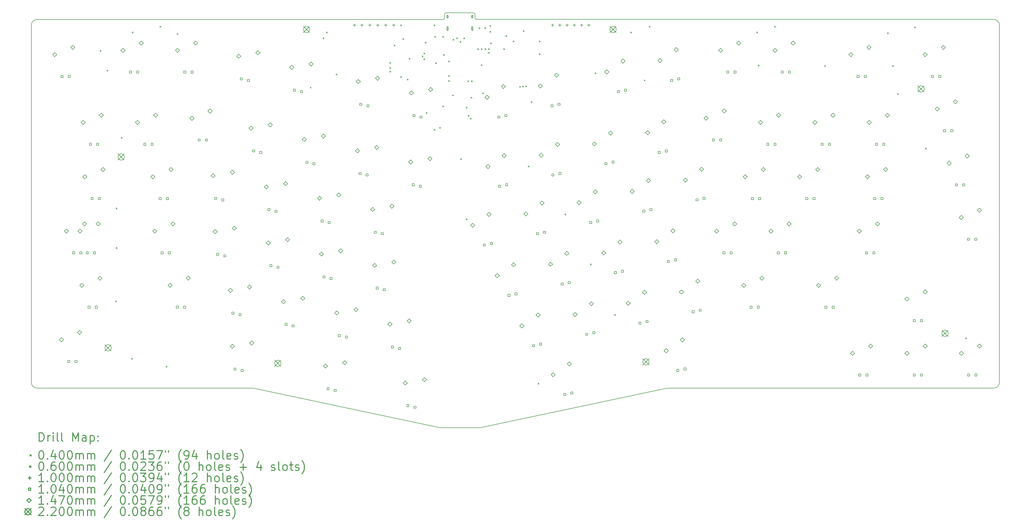
<source format=gbr>
%FSLAX45Y45*%
G04 Gerber Fmt 4.5, Leading zero omitted, Abs format (unit mm)*
G04 Created by KiCad (PCBNEW 5.1.10) date 2021-07-31 12:51:29*
%MOMM*%
%LPD*%
G01*
G04 APERTURE LIST*
%TA.AperFunction,Profile*%
%ADD10C,0.150000*%
%TD*%
%ADD11C,0.200000*%
%ADD12C,0.300000*%
G04 APERTURE END LIST*
D10*
X18034000Y-2209800D02*
G75*
G02*
X18084800Y-2260600I0J-50800D01*
G01*
X17018000Y-2260600D02*
G75*
G02*
X17068800Y-2209800I50800J0D01*
G01*
X17018000Y-2387600D02*
X17018000Y-2260600D01*
X17018000Y-2387600D02*
G75*
G02*
X16962349Y-2443251I-55651J0D01*
G01*
X2741250Y-2443251D02*
X16962349Y-2443251D01*
X18135600Y-2438400D02*
G75*
G02*
X18084800Y-2387600I0J50800D01*
G01*
X36245800Y-2438400D02*
X18135600Y-2438400D01*
X18084800Y-2260600D02*
X18084800Y-2387600D01*
X17068800Y-2209800D02*
X18034000Y-2209800D01*
X36249995Y-15370750D02*
G75*
G03*
X36449995Y-15170750I0J200000D01*
G01*
X36249995Y-2443251D02*
G75*
G02*
X36449995Y-2643251I0J-200000D01*
G01*
X2741250Y-2443251D02*
G75*
G03*
X2541250Y-2643251I0J-200000D01*
G01*
X2741250Y-15370750D02*
G75*
G02*
X2541250Y-15170750I0J200000D01*
G01*
X18263000Y-16762523D02*
X24811000Y-15370750D01*
X16860000Y-16762523D02*
X18263000Y-16762523D01*
X10312670Y-15370750D02*
X16860000Y-16762523D01*
X24811000Y-15370750D02*
X36249995Y-15370750D01*
X2741250Y-15370750D02*
X10312670Y-15370750D01*
X36449995Y-2643251D02*
X36449995Y-15170750D01*
X2541250Y-2643251D02*
X2541250Y-15170750D01*
D11*
X4945700Y-3523300D02*
X4985700Y-3563300D01*
X4985700Y-3523300D02*
X4945700Y-3563300D01*
X5188270Y-4215450D02*
X5228270Y-4255450D01*
X5228270Y-4215450D02*
X5188270Y-4255450D01*
X5495170Y-12312530D02*
X5535170Y-12352530D01*
X5535170Y-12312530D02*
X5495170Y-12352530D01*
X5504500Y-9047800D02*
X5544500Y-9087800D01*
X5544500Y-9047800D02*
X5504500Y-9087800D01*
X5507040Y-10440990D02*
X5547040Y-10480990D01*
X5547040Y-10440990D02*
X5507040Y-10480990D01*
X5690409Y-6566251D02*
X5730409Y-6606251D01*
X5730409Y-6566251D02*
X5690409Y-6606251D01*
X6050600Y-14324650D02*
X6090600Y-14364650D01*
X6090600Y-14324650D02*
X6050600Y-14364650D01*
X6073460Y-2875600D02*
X6113460Y-2915600D01*
X6113460Y-2875600D02*
X6073460Y-2915600D01*
X7039930Y-2672400D02*
X7079930Y-2712400D01*
X7079930Y-2672400D02*
X7039930Y-2712400D01*
X7257100Y-14597700D02*
X7297100Y-14637700D01*
X7297100Y-14597700D02*
X7257100Y-14637700D01*
X7644450Y-2932750D02*
X7684450Y-2972750D01*
X7684450Y-2932750D02*
X7644450Y-2972750D01*
X12304319Y-4812111D02*
X12344319Y-4852111D01*
X12344319Y-4812111D02*
X12304319Y-4852111D01*
X12752390Y-3080070D02*
X12792390Y-3120070D01*
X12792390Y-3080070D02*
X12752390Y-3120070D01*
X12876850Y-2878140D02*
X12916850Y-2918140D01*
X12916850Y-2878140D02*
X12876850Y-2918140D01*
X13213400Y-4348800D02*
X13253400Y-4388800D01*
X13253400Y-4348800D02*
X13213400Y-4388800D01*
X15093000Y-3942400D02*
X15133000Y-3982400D01*
X15133000Y-3942400D02*
X15093000Y-3982400D01*
X15093000Y-4120200D02*
X15133000Y-4160200D01*
X15133000Y-4120200D02*
X15093000Y-4160200D01*
X15093000Y-4247200D02*
X15133000Y-4287200D01*
X15133000Y-4247200D02*
X15093000Y-4287200D01*
X15245400Y-3332800D02*
X15285400Y-3372800D01*
X15285400Y-3332800D02*
X15245400Y-3372800D01*
X15474000Y-2621600D02*
X15514000Y-2661600D01*
X15514000Y-2621600D02*
X15474000Y-2661600D01*
X15475300Y-4436400D02*
X15515300Y-4476400D01*
X15515300Y-4436400D02*
X15475300Y-4476400D01*
X15550200Y-3104200D02*
X15590200Y-3144200D01*
X15590200Y-3104200D02*
X15550200Y-3144200D01*
X15702600Y-4526600D02*
X15742600Y-4566600D01*
X15742600Y-4526600D02*
X15702600Y-4566600D01*
X15766100Y-3802700D02*
X15806100Y-3842700D01*
X15806100Y-3802700D02*
X15766100Y-3842700D01*
X16223650Y-3713450D02*
X16263650Y-3753450D01*
X16263650Y-3713450D02*
X16223650Y-3753450D01*
X16286800Y-3612200D02*
X16326800Y-3652200D01*
X16326800Y-3612200D02*
X16286800Y-3652200D01*
X16286800Y-3815400D02*
X16326800Y-3855400D01*
X16326800Y-3815400D02*
X16286800Y-3855400D01*
X16337600Y-3231200D02*
X16377600Y-3271200D01*
X16377600Y-3231200D02*
X16337600Y-3271200D01*
X16369280Y-5696340D02*
X16409280Y-5736340D01*
X16409280Y-5696340D02*
X16369280Y-5736340D01*
X16642400Y-2621600D02*
X16682400Y-2661600D01*
X16682400Y-2621600D02*
X16642400Y-2661600D01*
X16642400Y-6291900D02*
X16682400Y-6331900D01*
X16682400Y-6291900D02*
X16642400Y-6331900D01*
X16664800Y-3028000D02*
X16704800Y-3068000D01*
X16704800Y-3028000D02*
X16664800Y-3068000D01*
X16693200Y-3955100D02*
X16733200Y-3995100D01*
X16733200Y-3955100D02*
X16693200Y-3995100D01*
X16836695Y-6219495D02*
X16876695Y-6259495D01*
X16876695Y-6219495D02*
X16836695Y-6259495D01*
X16947200Y-3028000D02*
X16987200Y-3068000D01*
X16987200Y-3028000D02*
X16947200Y-3068000D01*
X16947200Y-5466400D02*
X16987200Y-5506400D01*
X16987200Y-5466400D02*
X16947200Y-5506400D01*
X16972600Y-3663000D02*
X17012600Y-3703000D01*
X17012600Y-3663000D02*
X16972600Y-3703000D01*
X17150400Y-3891600D02*
X17190400Y-3931600D01*
X17190400Y-3891600D02*
X17150400Y-3931600D01*
X17150400Y-4399600D02*
X17190400Y-4439600D01*
X17190400Y-4399600D02*
X17150400Y-4439600D01*
X17150400Y-4577400D02*
X17190400Y-4617400D01*
X17190400Y-4577400D02*
X17150400Y-4617400D01*
X17291400Y-5084100D02*
X17331400Y-5124100D01*
X17331400Y-5084100D02*
X17291400Y-5124100D01*
X17302800Y-3129600D02*
X17342800Y-3169600D01*
X17342800Y-3129600D02*
X17302800Y-3169600D01*
X17429800Y-3078800D02*
X17469800Y-3118800D01*
X17469800Y-3078800D02*
X17429800Y-3118800D01*
X17556800Y-3205800D02*
X17596800Y-3245800D01*
X17596800Y-3205800D02*
X17556800Y-3245800D01*
X17569500Y-7320600D02*
X17609500Y-7360600D01*
X17609500Y-7320600D02*
X17569500Y-7360600D01*
X17683800Y-3078800D02*
X17723800Y-3118800D01*
X17723800Y-3078800D02*
X17683800Y-3118800D01*
X17771400Y-5508814D02*
X17811400Y-5548814D01*
X17811400Y-5508814D02*
X17771400Y-5548814D01*
X17771400Y-9430040D02*
X17811400Y-9470040D01*
X17811400Y-9430040D02*
X17771400Y-9470040D01*
X17823500Y-4590100D02*
X17863500Y-4630100D01*
X17863500Y-4590100D02*
X17823500Y-4630100D01*
X17836200Y-5796600D02*
X17876200Y-5836600D01*
X17876200Y-5796600D02*
X17836200Y-5836600D01*
X17912400Y-5898200D02*
X17952400Y-5938200D01*
X17952400Y-5898200D02*
X17912400Y-5938200D01*
X17937800Y-5161600D02*
X17977800Y-5201600D01*
X17977800Y-5161600D02*
X17937800Y-5201600D01*
X17950500Y-4590100D02*
X17990500Y-4630100D01*
X17990500Y-4590100D02*
X17950500Y-4630100D01*
X18166400Y-3459800D02*
X18206400Y-3499800D01*
X18206400Y-3459800D02*
X18166400Y-3499800D01*
X18217200Y-2723200D02*
X18257200Y-2763200D01*
X18257200Y-2723200D02*
X18217200Y-2763200D01*
X18293400Y-3459800D02*
X18333400Y-3499800D01*
X18333400Y-3459800D02*
X18293400Y-3499800D01*
X18293400Y-4018600D02*
X18333400Y-4058600D01*
X18333400Y-4018600D02*
X18293400Y-4058600D01*
X18344200Y-5009200D02*
X18384200Y-5049200D01*
X18384200Y-5009200D02*
X18344200Y-5049200D01*
X18420400Y-2723200D02*
X18460400Y-2763200D01*
X18460400Y-2723200D02*
X18420400Y-2763200D01*
X18420400Y-3459800D02*
X18460400Y-3499800D01*
X18460400Y-3459800D02*
X18420400Y-3499800D01*
X18547400Y-3459800D02*
X18587400Y-3499800D01*
X18587400Y-3459800D02*
X18547400Y-3499800D01*
X18547400Y-3586800D02*
X18587400Y-3626800D01*
X18587400Y-3586800D02*
X18547400Y-3626800D01*
X18598200Y-2647000D02*
X18638200Y-2687000D01*
X18638200Y-2647000D02*
X18598200Y-2687000D01*
X18598200Y-2850200D02*
X18638200Y-2890200D01*
X18638200Y-2850200D02*
X18598200Y-2890200D01*
X18623600Y-3256600D02*
X18663600Y-3296600D01*
X18663600Y-3256600D02*
X18623600Y-3296600D01*
X19080800Y-3459800D02*
X19120800Y-3499800D01*
X19120800Y-3459800D02*
X19080800Y-3499800D01*
X19157000Y-3003598D02*
X19197000Y-3043598D01*
X19197000Y-3003598D02*
X19157000Y-3043598D01*
X19411000Y-3193599D02*
X19451000Y-3233599D01*
X19451000Y-3193599D02*
X19411000Y-3233599D01*
X19639600Y-4780600D02*
X19679600Y-4820600D01*
X19679600Y-4780600D02*
X19639600Y-4820600D01*
X19741200Y-4774900D02*
X19781200Y-4814900D01*
X19781200Y-4774900D02*
X19741200Y-4814900D01*
X19766600Y-2824800D02*
X19806600Y-2864800D01*
X19806600Y-2824800D02*
X19766600Y-2864800D01*
X19842800Y-4769200D02*
X19882800Y-4809200D01*
X19882800Y-4769200D02*
X19842800Y-4809200D01*
X19944400Y-7574600D02*
X19984400Y-7614600D01*
X19984400Y-7574600D02*
X19944400Y-7614600D01*
X20046000Y-5314000D02*
X20086000Y-5354000D01*
X20086000Y-5314000D02*
X20046000Y-5354000D01*
X20287300Y-15194600D02*
X20327300Y-15234600D01*
X20327300Y-15194600D02*
X20287300Y-15234600D01*
X20325400Y-3193599D02*
X20365400Y-3233599D01*
X20365400Y-3193599D02*
X20325400Y-3233599D01*
X20325400Y-3637600D02*
X20365400Y-3677600D01*
X20365400Y-3637600D02*
X20325400Y-3677600D01*
X21227100Y-9263700D02*
X21267100Y-9303700D01*
X21267100Y-9263700D02*
X21227100Y-9303700D01*
X22117523Y-11016300D02*
X22157523Y-11056300D01*
X22157523Y-11016300D02*
X22117523Y-11056300D01*
X22281200Y-4310700D02*
X22321200Y-4350700D01*
X22321200Y-4310700D02*
X22281200Y-4350700D01*
X22967000Y-12781600D02*
X23007000Y-12821600D01*
X23007000Y-12781600D02*
X22967000Y-12821600D01*
X23524530Y-2879410D02*
X23564530Y-2919410D01*
X23564530Y-2879410D02*
X23524530Y-2919410D01*
X24004757Y-4558517D02*
X24044757Y-4598517D01*
X24044757Y-4558517D02*
X24004757Y-4598517D01*
X24176040Y-2673670D02*
X24216040Y-2713670D01*
X24216040Y-2673670D02*
X24176040Y-2713670D01*
X27942860Y-2875600D02*
X27982860Y-2915600D01*
X27982860Y-2875600D02*
X27942860Y-2915600D01*
X27992650Y-4040450D02*
X28032650Y-4080450D01*
X28032650Y-4040450D02*
X27992650Y-4080450D01*
X28563890Y-2672400D02*
X28603890Y-2712400D01*
X28603890Y-2672400D02*
X28563890Y-2712400D01*
X30320300Y-4056700D02*
X30360300Y-4096700D01*
X30360300Y-4056700D02*
X30320300Y-4096700D01*
X32522480Y-2902270D02*
X32562480Y-2942270D01*
X32562480Y-2902270D02*
X32522480Y-2942270D01*
X32701360Y-4055240D02*
X32741360Y-4095240D01*
X32741360Y-4055240D02*
X32701360Y-4095240D01*
X32873000Y-5034600D02*
X32913000Y-5074600D01*
X32913000Y-5034600D02*
X32873000Y-5074600D01*
X33473710Y-2697800D02*
X33513710Y-2737800D01*
X33513710Y-2697800D02*
X33473710Y-2737800D01*
X33850900Y-6952300D02*
X33890900Y-6992300D01*
X33890900Y-6952300D02*
X33850900Y-6992300D01*
X35260600Y-13607100D02*
X35300600Y-13647100D01*
X35300600Y-13607100D02*
X35260600Y-13647100D01*
X17149400Y-2342800D02*
G75*
G03*
X17149400Y-2342800I-30000J0D01*
G01*
X17099400Y-2312800D02*
X17099400Y-2372800D01*
X17139400Y-2312800D02*
X17139400Y-2372800D01*
X17099400Y-2372800D02*
G75*
G03*
X17139400Y-2372800I20000J0D01*
G01*
X17139400Y-2312800D02*
G75*
G03*
X17099400Y-2312800I-20000J0D01*
G01*
X17149400Y-2760800D02*
G75*
G03*
X17149400Y-2760800I-30000J0D01*
G01*
X17099400Y-2705800D02*
X17099400Y-2815800D01*
X17139400Y-2705800D02*
X17139400Y-2815800D01*
X17099400Y-2815800D02*
G75*
G03*
X17139400Y-2815800I20000J0D01*
G01*
X17139400Y-2705800D02*
G75*
G03*
X17099400Y-2705800I-20000J0D01*
G01*
X18013400Y-2342800D02*
G75*
G03*
X18013400Y-2342800I-30000J0D01*
G01*
X17963400Y-2312800D02*
X17963400Y-2372800D01*
X18003400Y-2312800D02*
X18003400Y-2372800D01*
X17963400Y-2372800D02*
G75*
G03*
X18003400Y-2372800I20000J0D01*
G01*
X18003400Y-2312800D02*
G75*
G03*
X17963400Y-2312800I-20000J0D01*
G01*
X18013400Y-2760800D02*
G75*
G03*
X18013400Y-2760800I-30000J0D01*
G01*
X17963400Y-2705800D02*
X17963400Y-2815800D01*
X18003400Y-2705800D02*
X18003400Y-2815800D01*
X17963400Y-2815800D02*
G75*
G03*
X18003400Y-2815800I20000J0D01*
G01*
X18003400Y-2705800D02*
G75*
G03*
X17963400Y-2705800I-20000J0D01*
G01*
X13868400Y-2591600D02*
X13868400Y-2691600D01*
X13818400Y-2641600D02*
X13918400Y-2641600D01*
X14122400Y-2591600D02*
X14122400Y-2691600D01*
X14072400Y-2641600D02*
X14172400Y-2641600D01*
X14401800Y-2591600D02*
X14401800Y-2691600D01*
X14351800Y-2641600D02*
X14451800Y-2641600D01*
X14681200Y-2591600D02*
X14681200Y-2691600D01*
X14631200Y-2641600D02*
X14731200Y-2641600D01*
X14960600Y-2591600D02*
X14960600Y-2691600D01*
X14910600Y-2641600D02*
X15010600Y-2641600D01*
X15240000Y-2591600D02*
X15240000Y-2691600D01*
X15190000Y-2641600D02*
X15290000Y-2641600D01*
X20802600Y-2591600D02*
X20802600Y-2691600D01*
X20752600Y-2641600D02*
X20852600Y-2641600D01*
X21056600Y-2591600D02*
X21056600Y-2691600D01*
X21006600Y-2641600D02*
X21106600Y-2641600D01*
X21310600Y-2591600D02*
X21310600Y-2691600D01*
X21260600Y-2641600D02*
X21360600Y-2641600D01*
X21564600Y-2591600D02*
X21564600Y-2691600D01*
X21514600Y-2641600D02*
X21614600Y-2641600D01*
X21818600Y-2591600D02*
X21818600Y-2691600D01*
X21768600Y-2641600D02*
X21868600Y-2641600D01*
X22072600Y-2591600D02*
X22072600Y-2691600D01*
X22022600Y-2641600D02*
X22122600Y-2641600D01*
X3652460Y-4474150D02*
X3652460Y-4400610D01*
X3578920Y-4400610D01*
X3578920Y-4474150D01*
X3652460Y-4474150D01*
X3887410Y-14474130D02*
X3887410Y-14400590D01*
X3813870Y-14400590D01*
X3813870Y-14474130D01*
X3887410Y-14474130D01*
X3906460Y-4474150D02*
X3906460Y-4400610D01*
X3832920Y-4400610D01*
X3832920Y-4474150D01*
X3906460Y-4474150D01*
X4061400Y-10662860D02*
X4061400Y-10589320D01*
X3987860Y-10589320D01*
X3987860Y-10662860D01*
X4061400Y-10662860D01*
X4141410Y-14474130D02*
X4141410Y-14400590D01*
X4067870Y-14400590D01*
X4067870Y-14474130D01*
X4141410Y-14474130D01*
X4315400Y-10662860D02*
X4315400Y-10589320D01*
X4241860Y-10589320D01*
X4241860Y-10662860D01*
X4315400Y-10662860D01*
X4537650Y-10662860D02*
X4537650Y-10589320D01*
X4464110Y-10589320D01*
X4464110Y-10662860D01*
X4537650Y-10662860D01*
X4601150Y-12569130D02*
X4601150Y-12495590D01*
X4527610Y-12495590D01*
X4527610Y-12569130D01*
X4601150Y-12569130D01*
X4648140Y-6854130D02*
X4648140Y-6780590D01*
X4574600Y-6780590D01*
X4574600Y-6854130D01*
X4648140Y-6854130D01*
X4707830Y-8759130D02*
X4707830Y-8685590D01*
X4634290Y-8685590D01*
X4634290Y-8759130D01*
X4707830Y-8759130D01*
X4791650Y-10662860D02*
X4791650Y-10589320D01*
X4718110Y-10589320D01*
X4718110Y-10662860D01*
X4791650Y-10662860D01*
X4855150Y-12569130D02*
X4855150Y-12495590D01*
X4781610Y-12495590D01*
X4781610Y-12569130D01*
X4855150Y-12569130D01*
X4902140Y-6854130D02*
X4902140Y-6780590D01*
X4828600Y-6780590D01*
X4828600Y-6854130D01*
X4902140Y-6854130D01*
X4961830Y-8759130D02*
X4961830Y-8685590D01*
X4888290Y-8685590D01*
X4888290Y-8759130D01*
X4961830Y-8759130D01*
X6046410Y-4323020D02*
X6046410Y-4249480D01*
X5972870Y-4249480D01*
X5972870Y-4323020D01*
X6046410Y-4323020D01*
X6300410Y-4323020D02*
X6300410Y-4249480D01*
X6226870Y-4249480D01*
X6226870Y-4323020D01*
X6300410Y-4323020D01*
X6553607Y-6854130D02*
X6553607Y-6780590D01*
X6480067Y-6780590D01*
X6480067Y-6854130D01*
X6553607Y-6854130D01*
X6807607Y-6854130D02*
X6807607Y-6780590D01*
X6734067Y-6780590D01*
X6734067Y-6854130D01*
X6807607Y-6854130D01*
X7089080Y-8759130D02*
X7089080Y-8685590D01*
X7015540Y-8685590D01*
X7015540Y-8759130D01*
X7089080Y-8759130D01*
X7156390Y-10664130D02*
X7156390Y-10590590D01*
X7082850Y-10590590D01*
X7082850Y-10664130D01*
X7156390Y-10664130D01*
X7343080Y-8759130D02*
X7343080Y-8685590D01*
X7269540Y-8685590D01*
X7269540Y-8759130D01*
X7343080Y-8759130D01*
X7410390Y-10664130D02*
X7410390Y-10590590D01*
X7336850Y-10590590D01*
X7336850Y-10664130D01*
X7410390Y-10664130D01*
X7693600Y-12567860D02*
X7693600Y-12494320D01*
X7620060Y-12494320D01*
X7620060Y-12567860D01*
X7693600Y-12567860D01*
X7947600Y-12567860D02*
X7947600Y-12494320D01*
X7874060Y-12494320D01*
X7874060Y-12567860D01*
X7947600Y-12567860D01*
X7952680Y-4321750D02*
X7952680Y-4248210D01*
X7879140Y-4248210D01*
X7879140Y-4321750D01*
X7952680Y-4321750D01*
X8206680Y-4321750D02*
X8206680Y-4248210D01*
X8133140Y-4248210D01*
X8133140Y-4321750D01*
X8206680Y-4321750D01*
X8458140Y-6705540D02*
X8458140Y-6632000D01*
X8384600Y-6632000D01*
X8384600Y-6705540D01*
X8458140Y-6705540D01*
X8712140Y-6705540D02*
X8712140Y-6632000D01*
X8638600Y-6632000D01*
X8638600Y-6705540D01*
X8712140Y-6705540D01*
X9036016Y-8754644D02*
X9036016Y-8681104D01*
X8962476Y-8681104D01*
X8962476Y-8754644D01*
X9036016Y-8754644D01*
X9105866Y-10718064D02*
X9105866Y-10644524D01*
X9032326Y-10644524D01*
X9032326Y-10718064D01*
X9105866Y-10718064D01*
X9284466Y-8807454D02*
X9284466Y-8733914D01*
X9210926Y-8733914D01*
X9210926Y-8807454D01*
X9284466Y-8807454D01*
X9354316Y-10770874D02*
X9354316Y-10697334D01*
X9280776Y-10697334D01*
X9280776Y-10770874D01*
X9354316Y-10770874D01*
X9639266Y-12778004D02*
X9639266Y-12704464D01*
X9565726Y-12704464D01*
X9565726Y-12778004D01*
X9639266Y-12778004D01*
X9710386Y-14740154D02*
X9710386Y-14666614D01*
X9636846Y-14666614D01*
X9636846Y-14740154D01*
X9710386Y-14740154D01*
X9887716Y-12830814D02*
X9887716Y-12757274D01*
X9814176Y-12757274D01*
X9814176Y-12830814D01*
X9887716Y-12830814D01*
X9930096Y-4562374D02*
X9930096Y-4488834D01*
X9856556Y-4488834D01*
X9856556Y-4562374D01*
X9930096Y-4562374D01*
X9958836Y-14792964D02*
X9958836Y-14719424D01*
X9885296Y-14719424D01*
X9885296Y-14792964D01*
X9958836Y-14792964D01*
X10178546Y-4615184D02*
X10178546Y-4541644D01*
X10105006Y-4541644D01*
X10105006Y-4615184D01*
X10178546Y-4615184D01*
X10364436Y-7088404D02*
X10364436Y-7014864D01*
X10290896Y-7014864D01*
X10290896Y-7088404D01*
X10364436Y-7088404D01*
X10612886Y-7141214D02*
X10612886Y-7067674D01*
X10539346Y-7067674D01*
X10539346Y-7141214D01*
X10612886Y-7141214D01*
X10899106Y-9150884D02*
X10899106Y-9077344D01*
X10825566Y-9077344D01*
X10825566Y-9150884D01*
X10899106Y-9150884D01*
X10968956Y-11114304D02*
X10968956Y-11040764D01*
X10895416Y-11040764D01*
X10895416Y-11114304D01*
X10968956Y-11114304D01*
X11147556Y-9203694D02*
X11147556Y-9130154D01*
X11074016Y-9130154D01*
X11074016Y-9203694D01*
X11147556Y-9203694D01*
X11217405Y-11167114D02*
X11217405Y-11093574D01*
X11143866Y-11093574D01*
X11143866Y-11167114D01*
X11217405Y-11167114D01*
X11501086Y-13172974D02*
X11501086Y-13099434D01*
X11427546Y-13099434D01*
X11427546Y-13172974D01*
X11501086Y-13172974D01*
X11749535Y-13225784D02*
X11749535Y-13152244D01*
X11675996Y-13152244D01*
X11675996Y-13225784D01*
X11749535Y-13225784D01*
X11791916Y-4957344D02*
X11791916Y-4883804D01*
X11718376Y-4883804D01*
X11718376Y-4957344D01*
X11791916Y-4957344D01*
X12040365Y-5010154D02*
X12040365Y-4936614D01*
X11966826Y-4936614D01*
X11966826Y-5010154D01*
X12040365Y-5010154D01*
X12227526Y-7485914D02*
X12227526Y-7412374D01*
X12153986Y-7412374D01*
X12153986Y-7485914D01*
X12227526Y-7485914D01*
X12475975Y-7538724D02*
X12475975Y-7465184D01*
X12402436Y-7465184D01*
X12402436Y-7538724D01*
X12475975Y-7538724D01*
X12760926Y-9548394D02*
X12760926Y-9474854D01*
X12687386Y-9474854D01*
X12687386Y-9548394D01*
X12760926Y-9548394D01*
X12828236Y-11506734D02*
X12828236Y-11433194D01*
X12754696Y-11433194D01*
X12754696Y-11506734D01*
X12828236Y-11506734D01*
X12970476Y-15433574D02*
X12970476Y-15360034D01*
X12896936Y-15360034D01*
X12896936Y-15433574D01*
X12970476Y-15433574D01*
X13009375Y-9601204D02*
X13009375Y-9527664D01*
X12935836Y-9527664D01*
X12935836Y-9601204D01*
X13009375Y-9601204D01*
X13076685Y-11559544D02*
X13076685Y-11486004D01*
X13003146Y-11486004D01*
X13003146Y-11559544D01*
X13076685Y-11559544D01*
X13218925Y-15486384D02*
X13218925Y-15412844D01*
X13145386Y-15412844D01*
X13145386Y-15486384D01*
X13218925Y-15486384D01*
X13365446Y-13569214D02*
X13365446Y-13495674D01*
X13291906Y-13495674D01*
X13291906Y-13569214D01*
X13365446Y-13569214D01*
X13613895Y-13622024D02*
X13613895Y-13548484D01*
X13540356Y-13548484D01*
X13540356Y-13622024D01*
X13613895Y-13622024D01*
X14091886Y-7882154D02*
X14091886Y-7808614D01*
X14018346Y-7808614D01*
X14018346Y-7882154D01*
X14091886Y-7882154D01*
X14118556Y-5453914D02*
X14118556Y-5380374D01*
X14045016Y-5380374D01*
X14045016Y-5453914D01*
X14118556Y-5453914D01*
X14340335Y-7934964D02*
X14340335Y-7861424D01*
X14266796Y-7861424D01*
X14266796Y-7934964D01*
X14340335Y-7934964D01*
X14367005Y-5506724D02*
X14367005Y-5433184D01*
X14293466Y-5433184D01*
X14293466Y-5506724D01*
X14367005Y-5506724D01*
X14625286Y-9939554D02*
X14625286Y-9866014D01*
X14551746Y-9866014D01*
X14551746Y-9939554D01*
X14625286Y-9939554D01*
X14692596Y-11902974D02*
X14692596Y-11829434D01*
X14619056Y-11829434D01*
X14619056Y-11902974D01*
X14692596Y-11902974D01*
X14873735Y-9992364D02*
X14873735Y-9918824D01*
X14800196Y-9918824D01*
X14800196Y-9992364D01*
X14873735Y-9992364D01*
X14941045Y-11955784D02*
X14941045Y-11882244D01*
X14867506Y-11882244D01*
X14867506Y-11955784D01*
X14941045Y-11955784D01*
X15228536Y-13964184D02*
X15228536Y-13890644D01*
X15154996Y-13890644D01*
X15154996Y-13964184D01*
X15228536Y-13964184D01*
X15476985Y-14016994D02*
X15476985Y-13943454D01*
X15403446Y-13943454D01*
X15403446Y-14016994D01*
X15476985Y-14016994D01*
X15765746Y-16026664D02*
X15765746Y-15953124D01*
X15692206Y-15953124D01*
X15692206Y-16026664D01*
X15765746Y-16026664D01*
X15956246Y-8275854D02*
X15956246Y-8202314D01*
X15882706Y-8202314D01*
X15882706Y-8275854D01*
X15956246Y-8275854D01*
X15980376Y-5850154D02*
X15980376Y-5776614D01*
X15906836Y-5776614D01*
X15906836Y-5850154D01*
X15980376Y-5850154D01*
X16014195Y-16079474D02*
X16014195Y-16005934D01*
X15940656Y-16005934D01*
X15940656Y-16079474D01*
X16014195Y-16079474D01*
X16204695Y-8328664D02*
X16204695Y-8255124D01*
X16131156Y-8255124D01*
X16131156Y-8328664D01*
X16204695Y-8328664D01*
X16228825Y-5902964D02*
X16228825Y-5829424D01*
X16155286Y-5829424D01*
X16155286Y-5902964D01*
X16228825Y-5902964D01*
X18444594Y-10389874D02*
X18444594Y-10316334D01*
X18371055Y-10316334D01*
X18371055Y-10389874D01*
X18444594Y-10389874D01*
X18693044Y-10337064D02*
X18693044Y-10263524D01*
X18619504Y-10263524D01*
X18619504Y-10337064D01*
X18693044Y-10337064D01*
X18950054Y-5901694D02*
X18950054Y-5828154D01*
X18876515Y-5828154D01*
X18876515Y-5901694D01*
X18950054Y-5901694D01*
X18979264Y-8328664D02*
X18979264Y-8255124D01*
X18905725Y-8255124D01*
X18905725Y-8328664D01*
X18979264Y-8328664D01*
X19198504Y-5848884D02*
X19198504Y-5775344D01*
X19124964Y-5775344D01*
X19124964Y-5848884D01*
X19198504Y-5848884D01*
X19227714Y-8275854D02*
X19227714Y-8202314D01*
X19154174Y-8202314D01*
X19154174Y-8275854D01*
X19227714Y-8275854D01*
X19305654Y-12153904D02*
X19305654Y-12080364D01*
X19232115Y-12080364D01*
X19232115Y-12153904D01*
X19305654Y-12153904D01*
X19554104Y-12101094D02*
X19554104Y-12027554D01*
X19480564Y-12027554D01*
X19480564Y-12101094D01*
X19554104Y-12101094D01*
X20166714Y-13919204D02*
X20166714Y-13845664D01*
X20093175Y-13845664D01*
X20093175Y-13919204D01*
X20166714Y-13919204D01*
X20306414Y-9992364D02*
X20306414Y-9918824D01*
X20232875Y-9918824D01*
X20232875Y-9992364D01*
X20306414Y-9992364D01*
X20415164Y-13866394D02*
X20415164Y-13792854D01*
X20341624Y-13792854D01*
X20341624Y-13866394D01*
X20415164Y-13866394D01*
X20554864Y-9939554D02*
X20554864Y-9866014D01*
X20481324Y-9866014D01*
X20481324Y-9939554D01*
X20554864Y-9939554D01*
X20813144Y-5505454D02*
X20813144Y-5431914D01*
X20739605Y-5431914D01*
X20739605Y-5505454D01*
X20813144Y-5505454D01*
X20843624Y-7933694D02*
X20843624Y-7860154D01*
X20770085Y-7860154D01*
X20770085Y-7933694D01*
X20843624Y-7933694D01*
X21061594Y-5452644D02*
X21061594Y-5379104D01*
X20988054Y-5379104D01*
X20988054Y-5452644D01*
X21061594Y-5452644D01*
X21092074Y-7880884D02*
X21092074Y-7807344D01*
X21018534Y-7807344D01*
X21018534Y-7880884D01*
X21092074Y-7880884D01*
X21168744Y-11756394D02*
X21168744Y-11682854D01*
X21095205Y-11682854D01*
X21095205Y-11756394D01*
X21168744Y-11756394D01*
X21262724Y-15631164D02*
X21262724Y-15557624D01*
X21189185Y-15557624D01*
X21189185Y-15631164D01*
X21262724Y-15631164D01*
X21417194Y-11703584D02*
X21417194Y-11630044D01*
X21343654Y-11630044D01*
X21343654Y-11703584D01*
X21417194Y-11703584D01*
X21511174Y-15578354D02*
X21511174Y-15504814D01*
X21437634Y-15504814D01*
X21437634Y-15578354D01*
X21511174Y-15578354D01*
X22031074Y-13521694D02*
X22031074Y-13448154D01*
X21957535Y-13448154D01*
X21957535Y-13521694D01*
X22031074Y-13521694D01*
X22168234Y-9597394D02*
X22168234Y-9523854D01*
X22094695Y-9523854D01*
X22094695Y-9597394D01*
X22168234Y-9597394D01*
X22279524Y-13468884D02*
X22279524Y-13395344D01*
X22205984Y-13395344D01*
X22205984Y-13468884D01*
X22279524Y-13468884D01*
X22416684Y-9544584D02*
X22416684Y-9471044D01*
X22343144Y-9471044D01*
X22343144Y-9544584D01*
X22416684Y-9544584D01*
X22704174Y-7536184D02*
X22704174Y-7462644D01*
X22630634Y-7462644D01*
X22630634Y-7536184D01*
X22704174Y-7536184D01*
X22952624Y-7483374D02*
X22952624Y-7409834D01*
X22879084Y-7409834D01*
X22879084Y-7483374D01*
X22952624Y-7483374D01*
X23031834Y-11358884D02*
X23031834Y-11285344D01*
X22958294Y-11285344D01*
X22958294Y-11358884D01*
X23031834Y-11358884D01*
X23141054Y-5010154D02*
X23141054Y-4936614D01*
X23067514Y-4936614D01*
X23067514Y-5010154D01*
X23141054Y-5010154D01*
X23280284Y-11306074D02*
X23280284Y-11232534D01*
X23206744Y-11232534D01*
X23206744Y-11306074D01*
X23280284Y-11306074D01*
X23389504Y-4957344D02*
X23389504Y-4883804D01*
X23315964Y-4883804D01*
X23315964Y-4957344D01*
X23389504Y-4957344D01*
X23892894Y-13125454D02*
X23892894Y-13051914D01*
X23819354Y-13051914D01*
X23819354Y-13125454D01*
X23892894Y-13125454D01*
X24031324Y-9201154D02*
X24031324Y-9127614D01*
X23957784Y-9127614D01*
X23957784Y-9201154D01*
X24031324Y-9201154D01*
X24141344Y-13072644D02*
X24141344Y-12999104D01*
X24067804Y-12999104D01*
X24067804Y-13072644D01*
X24141344Y-13072644D01*
X24279774Y-9148344D02*
X24279774Y-9074804D01*
X24206234Y-9074804D01*
X24206234Y-9148344D01*
X24279774Y-9148344D01*
X24569804Y-7142484D02*
X24569804Y-7068944D01*
X24496264Y-7068944D01*
X24496264Y-7142484D01*
X24569804Y-7142484D01*
X24818254Y-7089674D02*
X24818254Y-7016134D01*
X24744714Y-7016134D01*
X24744714Y-7089674D01*
X24818254Y-7089674D01*
X24892384Y-10965184D02*
X24892384Y-10891644D01*
X24818844Y-10891644D01*
X24818844Y-10965184D01*
X24892384Y-10965184D01*
X25004144Y-4613914D02*
X25004144Y-4540374D01*
X24930604Y-4540374D01*
X24930604Y-4613914D01*
X25004144Y-4613914D01*
X25140834Y-10912374D02*
X25140834Y-10838834D01*
X25067294Y-10838834D01*
X25067294Y-10912374D01*
X25140834Y-10912374D01*
X25221314Y-14790424D02*
X25221314Y-14716884D01*
X25147774Y-14716884D01*
X25147774Y-14790424D01*
X25221314Y-14790424D01*
X25252594Y-4561104D02*
X25252594Y-4487564D01*
X25179054Y-4487564D01*
X25179054Y-4561104D01*
X25252594Y-4561104D01*
X25469764Y-14737614D02*
X25469764Y-14664074D01*
X25396224Y-14664074D01*
X25396224Y-14737614D01*
X25469764Y-14737614D01*
X25757254Y-12729214D02*
X25757254Y-12655674D01*
X25683714Y-12655674D01*
X25683714Y-12729214D01*
X25757254Y-12729214D01*
X25894414Y-8806184D02*
X25894414Y-8732644D01*
X25820874Y-8732644D01*
X25820874Y-8806184D01*
X25894414Y-8806184D01*
X26005704Y-12676404D02*
X26005704Y-12602864D01*
X25932164Y-12602864D01*
X25932164Y-12676404D01*
X26005704Y-12676404D01*
X26142864Y-8753374D02*
X26142864Y-8679834D01*
X26069324Y-8679834D01*
X26069324Y-8753374D01*
X26142864Y-8753374D01*
X26466740Y-6704270D02*
X26466740Y-6630730D01*
X26393200Y-6630730D01*
X26393200Y-6704270D01*
X26466740Y-6704270D01*
X26720740Y-6704270D02*
X26720740Y-6630730D01*
X26647200Y-6630730D01*
X26647200Y-6704270D01*
X26720740Y-6704270D01*
X26833770Y-10665400D02*
X26833770Y-10591860D01*
X26760230Y-10591860D01*
X26760230Y-10665400D01*
X26833770Y-10665400D01*
X26972200Y-4324290D02*
X26972200Y-4250750D01*
X26898660Y-4250750D01*
X26898660Y-4324290D01*
X26972200Y-4324290D01*
X27087770Y-10665400D02*
X27087770Y-10591860D01*
X27014230Y-10591860D01*
X27014230Y-10665400D01*
X27087770Y-10665400D01*
X27226200Y-4324290D02*
X27226200Y-4250750D01*
X27152660Y-4250750D01*
X27152660Y-4324290D01*
X27226200Y-4324290D01*
X27786270Y-12567860D02*
X27786270Y-12494320D01*
X27712730Y-12494320D01*
X27712730Y-12567860D01*
X27786270Y-12567860D01*
X27835800Y-8757860D02*
X27835800Y-8684320D01*
X27762260Y-8684320D01*
X27762260Y-8757860D01*
X27835800Y-8757860D01*
X28040270Y-12567860D02*
X28040270Y-12494320D01*
X27966730Y-12494320D01*
X27966730Y-12567860D01*
X28040270Y-12567860D01*
X28089800Y-8757860D02*
X28089800Y-8684320D01*
X28016260Y-8684320D01*
X28016260Y-8757860D01*
X28089800Y-8757860D01*
X28370470Y-6854130D02*
X28370470Y-6780590D01*
X28296930Y-6780590D01*
X28296930Y-6854130D01*
X28370470Y-6854130D01*
X28624470Y-6854130D02*
X28624470Y-6780590D01*
X28550930Y-6780590D01*
X28550930Y-6854130D01*
X28624470Y-6854130D01*
X28738770Y-10665400D02*
X28738770Y-10591860D01*
X28665230Y-10591860D01*
X28665230Y-10665400D01*
X28738770Y-10665400D01*
X28878470Y-4324290D02*
X28878470Y-4250750D01*
X28804930Y-4250750D01*
X28804930Y-4324290D01*
X28878470Y-4324290D01*
X28992770Y-10665400D02*
X28992770Y-10591860D01*
X28919230Y-10591860D01*
X28919230Y-10665400D01*
X28992770Y-10665400D01*
X29132470Y-4324290D02*
X29132470Y-4250750D01*
X29058930Y-4250750D01*
X29058930Y-4324290D01*
X29132470Y-4324290D01*
X29739530Y-8757860D02*
X29739530Y-8684320D01*
X29665990Y-8684320D01*
X29665990Y-8757860D01*
X29739530Y-8757860D01*
X29993530Y-8757860D02*
X29993530Y-8684320D01*
X29919990Y-8684320D01*
X29919990Y-8757860D01*
X29993530Y-8757860D01*
X30276740Y-6854130D02*
X30276740Y-6780590D01*
X30203200Y-6780590D01*
X30203200Y-6854130D01*
X30276740Y-6854130D01*
X30407550Y-12569130D02*
X30407550Y-12495590D01*
X30334010Y-12495590D01*
X30334010Y-12569130D01*
X30407550Y-12569130D01*
X30530740Y-6854130D02*
X30530740Y-6780590D01*
X30457200Y-6780590D01*
X30457200Y-6854130D01*
X30530740Y-6854130D01*
X30661550Y-12569130D02*
X30661550Y-12495590D01*
X30588010Y-12495590D01*
X30588010Y-12569130D01*
X30661550Y-12569130D01*
X31535310Y-4474150D02*
X31535310Y-4400610D01*
X31461770Y-4400610D01*
X31461770Y-4474150D01*
X31535310Y-4474150D01*
X31595000Y-14949110D02*
X31595000Y-14875570D01*
X31521460Y-14875570D01*
X31521460Y-14949110D01*
X31595000Y-14949110D01*
X31789310Y-4474150D02*
X31789310Y-4400610D01*
X31715770Y-4400610D01*
X31715770Y-4474150D01*
X31789310Y-4474150D01*
X31833760Y-10662860D02*
X31833760Y-10589320D01*
X31760220Y-10589320D01*
X31760220Y-10662860D01*
X31833760Y-10662860D01*
X31849000Y-14949110D02*
X31849000Y-14875570D01*
X31775460Y-14875570D01*
X31775460Y-14949110D01*
X31849000Y-14949110D01*
X32087760Y-10662860D02*
X32087760Y-10589320D01*
X32014220Y-10589320D01*
X32014220Y-10662860D01*
X32087760Y-10662860D01*
X32120780Y-8759130D02*
X32120780Y-8685590D01*
X32047240Y-8685590D01*
X32047240Y-8759130D01*
X32120780Y-8759130D01*
X32180470Y-6852860D02*
X32180470Y-6779320D01*
X32106930Y-6779320D01*
X32106930Y-6852860D01*
X32180470Y-6852860D01*
X32374780Y-8759130D02*
X32374780Y-8685590D01*
X32301240Y-8685590D01*
X32301240Y-8759130D01*
X32374780Y-8759130D01*
X32434470Y-6852860D02*
X32434470Y-6779320D01*
X32360930Y-6779320D01*
X32360930Y-6852860D01*
X32434470Y-6852860D01*
X33501270Y-13044110D02*
X33501270Y-12970570D01*
X33427730Y-12970570D01*
X33427730Y-13044110D01*
X33501270Y-13044110D01*
X33501270Y-14949110D02*
X33501270Y-14875570D01*
X33427730Y-14875570D01*
X33427730Y-14949110D01*
X33501270Y-14949110D01*
X33755270Y-13044110D02*
X33755270Y-12970570D01*
X33681730Y-12970570D01*
X33681730Y-13044110D01*
X33755270Y-13044110D01*
X33755270Y-14949110D02*
X33755270Y-14875570D01*
X33681730Y-14875570D01*
X33681730Y-14949110D01*
X33755270Y-14949110D01*
X34141350Y-4472880D02*
X34141350Y-4399340D01*
X34067810Y-4399340D01*
X34067810Y-4472880D01*
X34141350Y-4472880D01*
X34395350Y-4472880D02*
X34395350Y-4399340D01*
X34321810Y-4399340D01*
X34321810Y-4472880D01*
X34395350Y-4472880D01*
X34562990Y-6377880D02*
X34562990Y-6304340D01*
X34489450Y-6304340D01*
X34489450Y-6377880D01*
X34562990Y-6377880D01*
X34816990Y-6377880D02*
X34816990Y-6304340D01*
X34743450Y-6304340D01*
X34743450Y-6377880D01*
X34816990Y-6377880D01*
X34978280Y-8281610D02*
X34978280Y-8208070D01*
X34904740Y-8208070D01*
X34904740Y-8281610D01*
X34978280Y-8281610D01*
X35232280Y-8281610D02*
X35232280Y-8208070D01*
X35158740Y-8208070D01*
X35158740Y-8281610D01*
X35232280Y-8281610D01*
X35405000Y-10186610D02*
X35405000Y-10113070D01*
X35331460Y-10113070D01*
X35331460Y-10186610D01*
X35405000Y-10186610D01*
X35406270Y-14949110D02*
X35406270Y-14875570D01*
X35332730Y-14875570D01*
X35332730Y-14949110D01*
X35406270Y-14949110D01*
X35659000Y-10186610D02*
X35659000Y-10113070D01*
X35585460Y-10113070D01*
X35585460Y-10186610D01*
X35659000Y-10186610D01*
X35660270Y-14949110D02*
X35660270Y-14875570D01*
X35586730Y-14875570D01*
X35586730Y-14949110D01*
X35660270Y-14949110D01*
X3361690Y-3748880D02*
X3435190Y-3675380D01*
X3361690Y-3601880D01*
X3288190Y-3675380D01*
X3361690Y-3748880D01*
X3596640Y-13748860D02*
X3670140Y-13675360D01*
X3596640Y-13601860D01*
X3523140Y-13675360D01*
X3596640Y-13748860D01*
X3770630Y-9937590D02*
X3844130Y-9864090D01*
X3770630Y-9790590D01*
X3697130Y-9864090D01*
X3770630Y-9937590D01*
X3996690Y-3494880D02*
X4070190Y-3421380D01*
X3996690Y-3347880D01*
X3923190Y-3421380D01*
X3996690Y-3494880D01*
X4231640Y-13494860D02*
X4305140Y-13421360D01*
X4231640Y-13347860D01*
X4158140Y-13421360D01*
X4231640Y-13494860D01*
X4246880Y-9937590D02*
X4320380Y-9864090D01*
X4246880Y-9790590D01*
X4173380Y-9864090D01*
X4246880Y-9937590D01*
X4310380Y-11843860D02*
X4383880Y-11770360D01*
X4310380Y-11696860D01*
X4236880Y-11770360D01*
X4310380Y-11843860D01*
X4357370Y-6128860D02*
X4430870Y-6055360D01*
X4357370Y-5981860D01*
X4283870Y-6055360D01*
X4357370Y-6128860D01*
X4405630Y-9683590D02*
X4479130Y-9610090D01*
X4405630Y-9536590D01*
X4332130Y-9610090D01*
X4405630Y-9683590D01*
X4417060Y-8033860D02*
X4490560Y-7960360D01*
X4417060Y-7886860D01*
X4343560Y-7960360D01*
X4417060Y-8033860D01*
X4881880Y-9683590D02*
X4955380Y-9610090D01*
X4881880Y-9536590D01*
X4808380Y-9610090D01*
X4881880Y-9683590D01*
X4945380Y-11589860D02*
X5018880Y-11516360D01*
X4945380Y-11442860D01*
X4871880Y-11516360D01*
X4945380Y-11589860D01*
X4992370Y-5874860D02*
X5065870Y-5801360D01*
X4992370Y-5727860D01*
X4918870Y-5801360D01*
X4992370Y-5874860D01*
X5052060Y-7779860D02*
X5125560Y-7706360D01*
X5052060Y-7632860D01*
X4978560Y-7706360D01*
X5052060Y-7779860D01*
X5755640Y-3597750D02*
X5829140Y-3524250D01*
X5755640Y-3450750D01*
X5682140Y-3524250D01*
X5755640Y-3597750D01*
X6262837Y-6128860D02*
X6336337Y-6055360D01*
X6262837Y-5981860D01*
X6189337Y-6055360D01*
X6262837Y-6128860D01*
X6390640Y-3343750D02*
X6464140Y-3270250D01*
X6390640Y-3196750D01*
X6317140Y-3270250D01*
X6390640Y-3343750D01*
X6798310Y-8033860D02*
X6871810Y-7960360D01*
X6798310Y-7886860D01*
X6724810Y-7960360D01*
X6798310Y-8033860D01*
X6865620Y-9938860D02*
X6939120Y-9865360D01*
X6865620Y-9791860D01*
X6792120Y-9865360D01*
X6865620Y-9938860D01*
X6897837Y-5874860D02*
X6971337Y-5801360D01*
X6897837Y-5727860D01*
X6824337Y-5801360D01*
X6897837Y-5874860D01*
X7402830Y-11842590D02*
X7476330Y-11769090D01*
X7402830Y-11695590D01*
X7329330Y-11769090D01*
X7402830Y-11842590D01*
X7433310Y-7779860D02*
X7506810Y-7706360D01*
X7433310Y-7632860D01*
X7359810Y-7706360D01*
X7433310Y-7779860D01*
X7500620Y-9684860D02*
X7574120Y-9611360D01*
X7500620Y-9537860D01*
X7427120Y-9611360D01*
X7500620Y-9684860D01*
X7661910Y-3596480D02*
X7735410Y-3522980D01*
X7661910Y-3449480D01*
X7588410Y-3522980D01*
X7661910Y-3596480D01*
X8037830Y-11588590D02*
X8111330Y-11515090D01*
X8037830Y-11441590D01*
X7964330Y-11515090D01*
X8037830Y-11588590D01*
X8167370Y-5980270D02*
X8240870Y-5906770D01*
X8167370Y-5833270D01*
X8093870Y-5906770D01*
X8167370Y-5980270D01*
X8296910Y-3342480D02*
X8370410Y-3268980D01*
X8296910Y-3195480D01*
X8223410Y-3268980D01*
X8296910Y-3342480D01*
X8802370Y-5726270D02*
X8875870Y-5652770D01*
X8802370Y-5579270D01*
X8728870Y-5652770D01*
X8802370Y-5726270D01*
X8909225Y-7993216D02*
X8982725Y-7919716D01*
X8909225Y-7846216D01*
X8835725Y-7919716D01*
X8909225Y-7993216D01*
X8979075Y-9956636D02*
X9052575Y-9883136D01*
X8979075Y-9809636D01*
X8905575Y-9883136D01*
X8979075Y-9956636D01*
X9512475Y-12016576D02*
X9585975Y-11943076D01*
X9512475Y-11869576D01*
X9438975Y-11943076D01*
X9512475Y-12016576D01*
X9583159Y-7876791D02*
X9656659Y-7803291D01*
X9583159Y-7729791D01*
X9509659Y-7803291D01*
X9583159Y-7876791D01*
X9583595Y-13978726D02*
X9657095Y-13905226D01*
X9583595Y-13831726D01*
X9510095Y-13905226D01*
X9583595Y-13978726D01*
X9653009Y-9840211D02*
X9726509Y-9766711D01*
X9653009Y-9693211D01*
X9579509Y-9766711D01*
X9653009Y-9840211D01*
X9803305Y-3800946D02*
X9876805Y-3727446D01*
X9803305Y-3653946D01*
X9729805Y-3727446D01*
X9803305Y-3800946D01*
X10186409Y-11900151D02*
X10259909Y-11826651D01*
X10186409Y-11753151D01*
X10112909Y-11826651D01*
X10186409Y-11900151D01*
X10237645Y-6326976D02*
X10311145Y-6253476D01*
X10237645Y-6179976D01*
X10164145Y-6253476D01*
X10237645Y-6326976D01*
X10257529Y-13862301D02*
X10331029Y-13788801D01*
X10257529Y-13715301D01*
X10184029Y-13788801D01*
X10257529Y-13862301D01*
X10477239Y-3684521D02*
X10550739Y-3611021D01*
X10477239Y-3537521D01*
X10403739Y-3611021D01*
X10477239Y-3684521D01*
X10772315Y-8389456D02*
X10845815Y-8315956D01*
X10772315Y-8242456D01*
X10698815Y-8315956D01*
X10772315Y-8389456D01*
X10842165Y-10352876D02*
X10915665Y-10279376D01*
X10842165Y-10205876D01*
X10768665Y-10279376D01*
X10842165Y-10352876D01*
X10911579Y-6210551D02*
X10985079Y-6137051D01*
X10911579Y-6063551D01*
X10838079Y-6137051D01*
X10911579Y-6210551D01*
X11374295Y-12411546D02*
X11447795Y-12338046D01*
X11374295Y-12264546D01*
X11300795Y-12338046D01*
X11374295Y-12411546D01*
X11446249Y-8273031D02*
X11519749Y-8199531D01*
X11446249Y-8126031D01*
X11372749Y-8199531D01*
X11446249Y-8273031D01*
X11516099Y-10236451D02*
X11589599Y-10162951D01*
X11516099Y-10089451D01*
X11442599Y-10162951D01*
X11516099Y-10236451D01*
X11665125Y-4195916D02*
X11738625Y-4122416D01*
X11665125Y-4048916D01*
X11591625Y-4122416D01*
X11665125Y-4195916D01*
X12048229Y-12295121D02*
X12121729Y-12221621D01*
X12048229Y-12148121D01*
X11974729Y-12221621D01*
X12048229Y-12295121D01*
X12100735Y-6724486D02*
X12174235Y-6650986D01*
X12100735Y-6577486D01*
X12027235Y-6650986D01*
X12100735Y-6724486D01*
X12339059Y-4079491D02*
X12412559Y-4005991D01*
X12339059Y-3932491D01*
X12265559Y-4005991D01*
X12339059Y-4079491D01*
X12634135Y-8786966D02*
X12707635Y-8713466D01*
X12634135Y-8639966D01*
X12560635Y-8713466D01*
X12634135Y-8786966D01*
X12701445Y-10745306D02*
X12774945Y-10671806D01*
X12701445Y-10598306D01*
X12627945Y-10671806D01*
X12701445Y-10745306D01*
X12774669Y-6608061D02*
X12848169Y-6534561D01*
X12774669Y-6461061D01*
X12701169Y-6534561D01*
X12774669Y-6608061D01*
X12843685Y-14672146D02*
X12917185Y-14598646D01*
X12843685Y-14525146D01*
X12770185Y-14598646D01*
X12843685Y-14672146D01*
X13238655Y-12807786D02*
X13312155Y-12734286D01*
X13238655Y-12660786D01*
X13165155Y-12734286D01*
X13238655Y-12807786D01*
X13308069Y-8670541D02*
X13381569Y-8597041D01*
X13308069Y-8523541D01*
X13234569Y-8597041D01*
X13308069Y-8670541D01*
X13375379Y-10628881D02*
X13448879Y-10555381D01*
X13375379Y-10481881D01*
X13301879Y-10555381D01*
X13375379Y-10628881D01*
X13517619Y-14555721D02*
X13591119Y-14482221D01*
X13517619Y-14408721D01*
X13444119Y-14482221D01*
X13517619Y-14555721D01*
X13912589Y-12691361D02*
X13986089Y-12617861D01*
X13912589Y-12544361D01*
X13839089Y-12617861D01*
X13912589Y-12691361D01*
X13965095Y-7120726D02*
X14038595Y-7047226D01*
X13965095Y-6973726D01*
X13891595Y-7047226D01*
X13965095Y-7120726D01*
X13991765Y-4692486D02*
X14065265Y-4618986D01*
X13991765Y-4545486D01*
X13918265Y-4618986D01*
X13991765Y-4692486D01*
X14498495Y-9178126D02*
X14571995Y-9104626D01*
X14498495Y-9031126D01*
X14424995Y-9104626D01*
X14498495Y-9178126D01*
X14565805Y-11141546D02*
X14639305Y-11068046D01*
X14565805Y-10994546D01*
X14492305Y-11068046D01*
X14565805Y-11141546D01*
X14639029Y-7004301D02*
X14712529Y-6930801D01*
X14639029Y-6857301D01*
X14565529Y-6930801D01*
X14639029Y-7004301D01*
X14665699Y-4576061D02*
X14739199Y-4502561D01*
X14665699Y-4429061D01*
X14592199Y-4502561D01*
X14665699Y-4576061D01*
X15101745Y-13202756D02*
X15175245Y-13129256D01*
X15101745Y-13055756D01*
X15028245Y-13129256D01*
X15101745Y-13202756D01*
X15172429Y-9061701D02*
X15245929Y-8988201D01*
X15172429Y-8914701D01*
X15098929Y-8988201D01*
X15172429Y-9061701D01*
X15239739Y-11025121D02*
X15313239Y-10951621D01*
X15239739Y-10878121D01*
X15166239Y-10951621D01*
X15239739Y-11025121D01*
X15638955Y-15265236D02*
X15712455Y-15191736D01*
X15638955Y-15118236D01*
X15565455Y-15191736D01*
X15638955Y-15265236D01*
X15775679Y-13086331D02*
X15849179Y-13012831D01*
X15775679Y-12939331D01*
X15702179Y-13012831D01*
X15775679Y-13086331D01*
X15829455Y-7514426D02*
X15902955Y-7440926D01*
X15829455Y-7367426D01*
X15755955Y-7440926D01*
X15829455Y-7514426D01*
X15853585Y-5088726D02*
X15927085Y-5015226D01*
X15853585Y-4941726D01*
X15780085Y-5015226D01*
X15853585Y-5088726D01*
X16312889Y-15148811D02*
X16386389Y-15075311D01*
X16312889Y-15001811D01*
X16239389Y-15075311D01*
X16312889Y-15148811D01*
X16503389Y-7398001D02*
X16576889Y-7324501D01*
X16503389Y-7251001D01*
X16429889Y-7324501D01*
X16503389Y-7398001D01*
X16527519Y-4972301D02*
X16601019Y-4898801D01*
X16527519Y-4825301D01*
X16454019Y-4898801D01*
X16527519Y-4972301D01*
X18000946Y-9734065D02*
X18074446Y-9660565D01*
X18000946Y-9587065D01*
X17927446Y-9660565D01*
X18000946Y-9734065D01*
X18506406Y-5245885D02*
X18579906Y-5172385D01*
X18506406Y-5098885D01*
X18432906Y-5172385D01*
X18506406Y-5245885D01*
X18535616Y-7672855D02*
X18609116Y-7599355D01*
X18535616Y-7525855D01*
X18462116Y-7599355D01*
X18535616Y-7672855D01*
X18569260Y-9353591D02*
X18642760Y-9280091D01*
X18569260Y-9206591D01*
X18495760Y-9280091D01*
X18569260Y-9353591D01*
X18862006Y-11498095D02*
X18935506Y-11424595D01*
X18862006Y-11351095D01*
X18788506Y-11424595D01*
X18862006Y-11498095D01*
X19074720Y-4865411D02*
X19148220Y-4791911D01*
X19074720Y-4718411D01*
X19001220Y-4791911D01*
X19074720Y-4865411D01*
X19103930Y-7292381D02*
X19177430Y-7218881D01*
X19103930Y-7145381D01*
X19030430Y-7218881D01*
X19103930Y-7292381D01*
X19430320Y-11117621D02*
X19503820Y-11044121D01*
X19430320Y-10970621D01*
X19356820Y-11044121D01*
X19430320Y-11117621D01*
X19723066Y-13263395D02*
X19796566Y-13189895D01*
X19723066Y-13116395D01*
X19649566Y-13189895D01*
X19723066Y-13263395D01*
X19862766Y-9336555D02*
X19936266Y-9263055D01*
X19862766Y-9189555D01*
X19789266Y-9263055D01*
X19862766Y-9336555D01*
X20291380Y-12882921D02*
X20364880Y-12809421D01*
X20291380Y-12735921D01*
X20217880Y-12809421D01*
X20291380Y-12882921D01*
X20369496Y-4849645D02*
X20442996Y-4776145D01*
X20369496Y-4702645D01*
X20295996Y-4776145D01*
X20369496Y-4849645D01*
X20399976Y-7277885D02*
X20473476Y-7204385D01*
X20399976Y-7130885D01*
X20326476Y-7204385D01*
X20399976Y-7277885D01*
X20431080Y-8956081D02*
X20504580Y-8882581D01*
X20431080Y-8809081D01*
X20357580Y-8882581D01*
X20431080Y-8956081D01*
X20725096Y-11100585D02*
X20798596Y-11027085D01*
X20725096Y-10953585D01*
X20651596Y-11027085D01*
X20725096Y-11100585D01*
X20819076Y-14975355D02*
X20892576Y-14901855D01*
X20819076Y-14828355D01*
X20745576Y-14901855D01*
X20819076Y-14975355D01*
X20937810Y-4469171D02*
X21011310Y-4395671D01*
X20937810Y-4322171D01*
X20864310Y-4395671D01*
X20937810Y-4469171D01*
X20968290Y-6897411D02*
X21041790Y-6823911D01*
X20968290Y-6750411D01*
X20894790Y-6823911D01*
X20968290Y-6897411D01*
X21293410Y-10720111D02*
X21366910Y-10646611D01*
X21293410Y-10573111D01*
X21219910Y-10646611D01*
X21293410Y-10720111D01*
X21387390Y-14594881D02*
X21460890Y-14521381D01*
X21387390Y-14447881D01*
X21313890Y-14521381D01*
X21387390Y-14594881D01*
X21587426Y-12865885D02*
X21660926Y-12792385D01*
X21587426Y-12718885D01*
X21513926Y-12792385D01*
X21587426Y-12865885D01*
X21724586Y-8941585D02*
X21798086Y-8868085D01*
X21724586Y-8794585D01*
X21651086Y-8868085D01*
X21724586Y-8941585D01*
X22155740Y-12485411D02*
X22229240Y-12411911D01*
X22155740Y-12338411D01*
X22082240Y-12411911D01*
X22155740Y-12485411D01*
X22260526Y-6880375D02*
X22334026Y-6806875D01*
X22260526Y-6733375D01*
X22187026Y-6806875D01*
X22260526Y-6880375D01*
X22292900Y-8561111D02*
X22366400Y-8487611D01*
X22292900Y-8414111D01*
X22219400Y-8487611D01*
X22292900Y-8561111D01*
X22588186Y-10703075D02*
X22661686Y-10629575D01*
X22588186Y-10556075D01*
X22514686Y-10629575D01*
X22588186Y-10703075D01*
X22697406Y-4354345D02*
X22770906Y-4280845D01*
X22697406Y-4207345D01*
X22623906Y-4280845D01*
X22697406Y-4354345D01*
X22828840Y-6499901D02*
X22902340Y-6426401D01*
X22828840Y-6352901D01*
X22755340Y-6426401D01*
X22828840Y-6499901D01*
X23156500Y-10322601D02*
X23230000Y-10249101D01*
X23156500Y-10175601D01*
X23083000Y-10249101D01*
X23156500Y-10322601D01*
X23265720Y-3973871D02*
X23339220Y-3900371D01*
X23265720Y-3826871D01*
X23192220Y-3900371D01*
X23265720Y-3973871D01*
X23449246Y-12469645D02*
X23522746Y-12396145D01*
X23449246Y-12322645D01*
X23375746Y-12396145D01*
X23449246Y-12469645D01*
X23587676Y-8545345D02*
X23661176Y-8471845D01*
X23587676Y-8398345D01*
X23514176Y-8471845D01*
X23587676Y-8545345D01*
X24017560Y-12089171D02*
X24091060Y-12015671D01*
X24017560Y-11942171D01*
X23944060Y-12015671D01*
X24017560Y-12089171D01*
X24126156Y-6486675D02*
X24199656Y-6413175D01*
X24126156Y-6339675D01*
X24052656Y-6413175D01*
X24126156Y-6486675D01*
X24155990Y-8164871D02*
X24229490Y-8091371D01*
X24155990Y-8017871D01*
X24082490Y-8091371D01*
X24155990Y-8164871D01*
X24448736Y-10309375D02*
X24522236Y-10235875D01*
X24448736Y-10162375D01*
X24375236Y-10235875D01*
X24448736Y-10309375D01*
X24560496Y-3958105D02*
X24633996Y-3884605D01*
X24560496Y-3811105D01*
X24486996Y-3884605D01*
X24560496Y-3958105D01*
X24694470Y-6106201D02*
X24767970Y-6032701D01*
X24694470Y-5959201D01*
X24620970Y-6032701D01*
X24694470Y-6106201D01*
X24777666Y-14134615D02*
X24851166Y-14061115D01*
X24777666Y-13987615D01*
X24704166Y-14061115D01*
X24777666Y-14134615D01*
X25017050Y-9928901D02*
X25090550Y-9855401D01*
X25017050Y-9781901D01*
X24943550Y-9855401D01*
X25017050Y-9928901D01*
X25128810Y-3577631D02*
X25202310Y-3504131D01*
X25128810Y-3430631D01*
X25055310Y-3504131D01*
X25128810Y-3577631D01*
X25313606Y-12073405D02*
X25387106Y-11999905D01*
X25313606Y-11926405D01*
X25240106Y-11999905D01*
X25313606Y-12073405D01*
X25345980Y-13754141D02*
X25419480Y-13680641D01*
X25345980Y-13607141D01*
X25272480Y-13680641D01*
X25345980Y-13754141D01*
X25450766Y-8150375D02*
X25524266Y-8076875D01*
X25450766Y-8003375D01*
X25377266Y-8076875D01*
X25450766Y-8150375D01*
X25881920Y-11692931D02*
X25955420Y-11619431D01*
X25881920Y-11545931D01*
X25808420Y-11619431D01*
X25881920Y-11692931D01*
X26019080Y-7769901D02*
X26092580Y-7696401D01*
X26019080Y-7622901D01*
X25945580Y-7696401D01*
X26019080Y-7769901D01*
X26175970Y-5979000D02*
X26249470Y-5905500D01*
X26175970Y-5832000D01*
X26102470Y-5905500D01*
X26175970Y-5979000D01*
X26543000Y-9940130D02*
X26616500Y-9866630D01*
X26543000Y-9793130D01*
X26469500Y-9866630D01*
X26543000Y-9940130D01*
X26681430Y-3599020D02*
X26754930Y-3525520D01*
X26681430Y-3452020D01*
X26607930Y-3525520D01*
X26681430Y-3599020D01*
X26810970Y-5725000D02*
X26884470Y-5651500D01*
X26810970Y-5578000D01*
X26737470Y-5651500D01*
X26810970Y-5725000D01*
X27178000Y-9686130D02*
X27251500Y-9612630D01*
X27178000Y-9539130D01*
X27104500Y-9612630D01*
X27178000Y-9686130D01*
X27316430Y-3345020D02*
X27389930Y-3271520D01*
X27316430Y-3198020D01*
X27242930Y-3271520D01*
X27316430Y-3345020D01*
X27495500Y-11842590D02*
X27569000Y-11769090D01*
X27495500Y-11695590D01*
X27422000Y-11769090D01*
X27495500Y-11842590D01*
X27545030Y-8032590D02*
X27618530Y-7959090D01*
X27545030Y-7885590D01*
X27471530Y-7959090D01*
X27545030Y-8032590D01*
X28079700Y-6128860D02*
X28153200Y-6055360D01*
X28079700Y-5981860D01*
X28006200Y-6055360D01*
X28079700Y-6128860D01*
X28130500Y-11588590D02*
X28204000Y-11515090D01*
X28130500Y-11441590D01*
X28057000Y-11515090D01*
X28130500Y-11588590D01*
X28180030Y-7778590D02*
X28253530Y-7705090D01*
X28180030Y-7631590D01*
X28106530Y-7705090D01*
X28180030Y-7778590D01*
X28448000Y-9940130D02*
X28521500Y-9866630D01*
X28448000Y-9793130D01*
X28374500Y-9866630D01*
X28448000Y-9940130D01*
X28587700Y-3599020D02*
X28661200Y-3525520D01*
X28587700Y-3452020D01*
X28514200Y-3525520D01*
X28587700Y-3599020D01*
X28714700Y-5874860D02*
X28788200Y-5801360D01*
X28714700Y-5727860D01*
X28641200Y-5801360D01*
X28714700Y-5874860D01*
X29083000Y-9686130D02*
X29156500Y-9612630D01*
X29083000Y-9539130D01*
X29009500Y-9612630D01*
X29083000Y-9686130D01*
X29222700Y-3345020D02*
X29296200Y-3271520D01*
X29222700Y-3198020D01*
X29149200Y-3271520D01*
X29222700Y-3345020D01*
X29448760Y-8032590D02*
X29522260Y-7959090D01*
X29448760Y-7885590D01*
X29375260Y-7959090D01*
X29448760Y-8032590D01*
X29985970Y-6128860D02*
X30059470Y-6055360D01*
X29985970Y-5981860D01*
X29912470Y-6055360D01*
X29985970Y-6128860D01*
X30083760Y-7778590D02*
X30157260Y-7705090D01*
X30083760Y-7631590D01*
X30010260Y-7705090D01*
X30083760Y-7778590D01*
X30116780Y-11843860D02*
X30190280Y-11770360D01*
X30116780Y-11696860D01*
X30043280Y-11770360D01*
X30116780Y-11843860D01*
X30620970Y-5874860D02*
X30694470Y-5801360D01*
X30620970Y-5727860D01*
X30547470Y-5801360D01*
X30620970Y-5874860D01*
X30751780Y-11589860D02*
X30825280Y-11516360D01*
X30751780Y-11442860D01*
X30678280Y-11516360D01*
X30751780Y-11589860D01*
X31244540Y-3748880D02*
X31318040Y-3675380D01*
X31244540Y-3601880D01*
X31171040Y-3675380D01*
X31244540Y-3748880D01*
X31304230Y-14223840D02*
X31377730Y-14150340D01*
X31304230Y-14076840D01*
X31230730Y-14150340D01*
X31304230Y-14223840D01*
X31542990Y-9937590D02*
X31616490Y-9864090D01*
X31542990Y-9790590D01*
X31469490Y-9864090D01*
X31542990Y-9937590D01*
X31830010Y-8033860D02*
X31903510Y-7960360D01*
X31830010Y-7886860D01*
X31756510Y-7960360D01*
X31830010Y-8033860D01*
X31879540Y-3494880D02*
X31953040Y-3421380D01*
X31879540Y-3347880D01*
X31806040Y-3421380D01*
X31879540Y-3494880D01*
X31889700Y-6127590D02*
X31963200Y-6054090D01*
X31889700Y-5980590D01*
X31816200Y-6054090D01*
X31889700Y-6127590D01*
X31939230Y-13969840D02*
X32012730Y-13896340D01*
X31939230Y-13822840D01*
X31865730Y-13896340D01*
X31939230Y-13969840D01*
X32177990Y-9683590D02*
X32251490Y-9610090D01*
X32177990Y-9536590D01*
X32104490Y-9610090D01*
X32177990Y-9683590D01*
X32465010Y-7779860D02*
X32538510Y-7706360D01*
X32465010Y-7632860D01*
X32391510Y-7706360D01*
X32465010Y-7779860D01*
X32524700Y-5873590D02*
X32598200Y-5800090D01*
X32524700Y-5726590D01*
X32451200Y-5800090D01*
X32524700Y-5873590D01*
X33210500Y-12318840D02*
X33284000Y-12245340D01*
X33210500Y-12171840D01*
X33137000Y-12245340D01*
X33210500Y-12318840D01*
X33210500Y-14223840D02*
X33284000Y-14150340D01*
X33210500Y-14076840D01*
X33137000Y-14150340D01*
X33210500Y-14223840D01*
X33845500Y-12064840D02*
X33919000Y-11991340D01*
X33845500Y-11917840D01*
X33772000Y-11991340D01*
X33845500Y-12064840D01*
X33845500Y-13969840D02*
X33919000Y-13896340D01*
X33845500Y-13822840D01*
X33772000Y-13896340D01*
X33845500Y-13969840D01*
X33850580Y-3747610D02*
X33924080Y-3674110D01*
X33850580Y-3600610D01*
X33777080Y-3674110D01*
X33850580Y-3747610D01*
X34272220Y-5652610D02*
X34345720Y-5579110D01*
X34272220Y-5505610D01*
X34198720Y-5579110D01*
X34272220Y-5652610D01*
X34485580Y-3493610D02*
X34559080Y-3420110D01*
X34485580Y-3346610D01*
X34412080Y-3420110D01*
X34485580Y-3493610D01*
X34687510Y-7556340D02*
X34761010Y-7482840D01*
X34687510Y-7409340D01*
X34614010Y-7482840D01*
X34687510Y-7556340D01*
X34907220Y-5398610D02*
X34980720Y-5325110D01*
X34907220Y-5251610D01*
X34833720Y-5325110D01*
X34907220Y-5398610D01*
X35114230Y-9461340D02*
X35187730Y-9387840D01*
X35114230Y-9314340D01*
X35040730Y-9387840D01*
X35114230Y-9461340D01*
X35115500Y-14223840D02*
X35189000Y-14150340D01*
X35115500Y-14076840D01*
X35042000Y-14150340D01*
X35115500Y-14223840D01*
X35322510Y-7302340D02*
X35396010Y-7228840D01*
X35322510Y-7155340D01*
X35249010Y-7228840D01*
X35322510Y-7302340D01*
X35749230Y-9207340D02*
X35822730Y-9133840D01*
X35749230Y-9060340D01*
X35675730Y-9133840D01*
X35749230Y-9207340D01*
X35750500Y-13969840D02*
X35824000Y-13896340D01*
X35750500Y-13822840D01*
X35677000Y-13896340D01*
X35750500Y-13969840D01*
X5122400Y-13847300D02*
X5342400Y-14067300D01*
X5342400Y-13847300D02*
X5122400Y-14067300D01*
X5342400Y-13957300D02*
G75*
G03*
X5342400Y-13957300I-110000J0D01*
G01*
X5579600Y-7154400D02*
X5799600Y-7374400D01*
X5799600Y-7154400D02*
X5579600Y-7374400D01*
X5799600Y-7264400D02*
G75*
G03*
X5799600Y-7264400I-110000J0D01*
G01*
X11066000Y-14393400D02*
X11286000Y-14613400D01*
X11286000Y-14393400D02*
X11066000Y-14613400D01*
X11286000Y-14503400D02*
G75*
G03*
X11286000Y-14503400I-110000J0D01*
G01*
X12072722Y-2683251D02*
X12292722Y-2903251D01*
X12292722Y-2683251D02*
X12072722Y-2903251D01*
X12292722Y-2793251D02*
G75*
G03*
X12292722Y-2793251I-110000J0D01*
G01*
X22809278Y-2683251D02*
X23029278Y-2903251D01*
X23029278Y-2683251D02*
X22809278Y-2903251D01*
X23029278Y-2793251D02*
G75*
G03*
X23029278Y-2793251I-110000J0D01*
G01*
X23956500Y-14342600D02*
X24176500Y-14562600D01*
X24176500Y-14342600D02*
X23956500Y-14562600D01*
X24176500Y-14452600D02*
G75*
G03*
X24176500Y-14452600I-110000J0D01*
G01*
X33595800Y-4766800D02*
X33815800Y-4986800D01*
X33815800Y-4766800D02*
X33595800Y-4986800D01*
X33815800Y-4876800D02*
G75*
G03*
X33815800Y-4876800I-110000J0D01*
G01*
X34434000Y-13339300D02*
X34654000Y-13559300D01*
X34654000Y-13339300D02*
X34434000Y-13559300D01*
X34654000Y-13449300D02*
G75*
G03*
X34654000Y-13449300I-110000J0D01*
G01*
D12*
X2820178Y-17235738D02*
X2820178Y-16935738D01*
X2891607Y-16935738D01*
X2934464Y-16950023D01*
X2963036Y-16978595D01*
X2977321Y-17007166D01*
X2991607Y-17064309D01*
X2991607Y-17107166D01*
X2977321Y-17164309D01*
X2963036Y-17192880D01*
X2934464Y-17221452D01*
X2891607Y-17235738D01*
X2820178Y-17235738D01*
X3120178Y-17235738D02*
X3120178Y-17035738D01*
X3120178Y-17092880D02*
X3134464Y-17064309D01*
X3148750Y-17050023D01*
X3177321Y-17035738D01*
X3205893Y-17035738D01*
X3305893Y-17235738D02*
X3305893Y-17035738D01*
X3305893Y-16935738D02*
X3291607Y-16950023D01*
X3305893Y-16964309D01*
X3320178Y-16950023D01*
X3305893Y-16935738D01*
X3305893Y-16964309D01*
X3491607Y-17235738D02*
X3463036Y-17221452D01*
X3448750Y-17192880D01*
X3448750Y-16935738D01*
X3648750Y-17235738D02*
X3620178Y-17221452D01*
X3605893Y-17192880D01*
X3605893Y-16935738D01*
X3991607Y-17235738D02*
X3991607Y-16935738D01*
X4091607Y-17150023D01*
X4191607Y-16935738D01*
X4191607Y-17235738D01*
X4463036Y-17235738D02*
X4463036Y-17078595D01*
X4448750Y-17050023D01*
X4420178Y-17035738D01*
X4363036Y-17035738D01*
X4334464Y-17050023D01*
X4463036Y-17221452D02*
X4434464Y-17235738D01*
X4363036Y-17235738D01*
X4334464Y-17221452D01*
X4320178Y-17192880D01*
X4320178Y-17164309D01*
X4334464Y-17135738D01*
X4363036Y-17121452D01*
X4434464Y-17121452D01*
X4463036Y-17107166D01*
X4605893Y-17035738D02*
X4605893Y-17335738D01*
X4605893Y-17050023D02*
X4634464Y-17035738D01*
X4691607Y-17035738D01*
X4720178Y-17050023D01*
X4734464Y-17064309D01*
X4748750Y-17092880D01*
X4748750Y-17178595D01*
X4734464Y-17207166D01*
X4720178Y-17221452D01*
X4691607Y-17235738D01*
X4634464Y-17235738D01*
X4605893Y-17221452D01*
X4877321Y-17207166D02*
X4891607Y-17221452D01*
X4877321Y-17235738D01*
X4863036Y-17221452D01*
X4877321Y-17207166D01*
X4877321Y-17235738D01*
X4877321Y-17050023D02*
X4891607Y-17064309D01*
X4877321Y-17078595D01*
X4863036Y-17064309D01*
X4877321Y-17050023D01*
X4877321Y-17078595D01*
X2493750Y-17710023D02*
X2533750Y-17750023D01*
X2533750Y-17710023D02*
X2493750Y-17750023D01*
X2877321Y-17565738D02*
X2905893Y-17565738D01*
X2934464Y-17580023D01*
X2948750Y-17594309D01*
X2963036Y-17622880D01*
X2977321Y-17680023D01*
X2977321Y-17751452D01*
X2963036Y-17808595D01*
X2948750Y-17837166D01*
X2934464Y-17851452D01*
X2905893Y-17865738D01*
X2877321Y-17865738D01*
X2848750Y-17851452D01*
X2834464Y-17837166D01*
X2820178Y-17808595D01*
X2805893Y-17751452D01*
X2805893Y-17680023D01*
X2820178Y-17622880D01*
X2834464Y-17594309D01*
X2848750Y-17580023D01*
X2877321Y-17565738D01*
X3105893Y-17837166D02*
X3120178Y-17851452D01*
X3105893Y-17865738D01*
X3091607Y-17851452D01*
X3105893Y-17837166D01*
X3105893Y-17865738D01*
X3377321Y-17665738D02*
X3377321Y-17865738D01*
X3305893Y-17551452D02*
X3234464Y-17765738D01*
X3420178Y-17765738D01*
X3591607Y-17565738D02*
X3620178Y-17565738D01*
X3648750Y-17580023D01*
X3663036Y-17594309D01*
X3677321Y-17622880D01*
X3691607Y-17680023D01*
X3691607Y-17751452D01*
X3677321Y-17808595D01*
X3663036Y-17837166D01*
X3648750Y-17851452D01*
X3620178Y-17865738D01*
X3591607Y-17865738D01*
X3563036Y-17851452D01*
X3548750Y-17837166D01*
X3534464Y-17808595D01*
X3520178Y-17751452D01*
X3520178Y-17680023D01*
X3534464Y-17622880D01*
X3548750Y-17594309D01*
X3563036Y-17580023D01*
X3591607Y-17565738D01*
X3877321Y-17565738D02*
X3905893Y-17565738D01*
X3934464Y-17580023D01*
X3948750Y-17594309D01*
X3963036Y-17622880D01*
X3977321Y-17680023D01*
X3977321Y-17751452D01*
X3963036Y-17808595D01*
X3948750Y-17837166D01*
X3934464Y-17851452D01*
X3905893Y-17865738D01*
X3877321Y-17865738D01*
X3848750Y-17851452D01*
X3834464Y-17837166D01*
X3820178Y-17808595D01*
X3805893Y-17751452D01*
X3805893Y-17680023D01*
X3820178Y-17622880D01*
X3834464Y-17594309D01*
X3848750Y-17580023D01*
X3877321Y-17565738D01*
X4105893Y-17865738D02*
X4105893Y-17665738D01*
X4105893Y-17694309D02*
X4120178Y-17680023D01*
X4148750Y-17665738D01*
X4191607Y-17665738D01*
X4220178Y-17680023D01*
X4234464Y-17708595D01*
X4234464Y-17865738D01*
X4234464Y-17708595D02*
X4248750Y-17680023D01*
X4277321Y-17665738D01*
X4320178Y-17665738D01*
X4348750Y-17680023D01*
X4363036Y-17708595D01*
X4363036Y-17865738D01*
X4505893Y-17865738D02*
X4505893Y-17665738D01*
X4505893Y-17694309D02*
X4520178Y-17680023D01*
X4548750Y-17665738D01*
X4591607Y-17665738D01*
X4620178Y-17680023D01*
X4634464Y-17708595D01*
X4634464Y-17865738D01*
X4634464Y-17708595D02*
X4648750Y-17680023D01*
X4677321Y-17665738D01*
X4720178Y-17665738D01*
X4748750Y-17680023D01*
X4763036Y-17708595D01*
X4763036Y-17865738D01*
X5348750Y-17551452D02*
X5091607Y-17937166D01*
X5734464Y-17565738D02*
X5763036Y-17565738D01*
X5791607Y-17580023D01*
X5805893Y-17594309D01*
X5820178Y-17622880D01*
X5834464Y-17680023D01*
X5834464Y-17751452D01*
X5820178Y-17808595D01*
X5805893Y-17837166D01*
X5791607Y-17851452D01*
X5763036Y-17865738D01*
X5734464Y-17865738D01*
X5705893Y-17851452D01*
X5691607Y-17837166D01*
X5677321Y-17808595D01*
X5663036Y-17751452D01*
X5663036Y-17680023D01*
X5677321Y-17622880D01*
X5691607Y-17594309D01*
X5705893Y-17580023D01*
X5734464Y-17565738D01*
X5963036Y-17837166D02*
X5977321Y-17851452D01*
X5963036Y-17865738D01*
X5948750Y-17851452D01*
X5963036Y-17837166D01*
X5963036Y-17865738D01*
X6163036Y-17565738D02*
X6191607Y-17565738D01*
X6220178Y-17580023D01*
X6234464Y-17594309D01*
X6248750Y-17622880D01*
X6263036Y-17680023D01*
X6263036Y-17751452D01*
X6248750Y-17808595D01*
X6234464Y-17837166D01*
X6220178Y-17851452D01*
X6191607Y-17865738D01*
X6163036Y-17865738D01*
X6134464Y-17851452D01*
X6120178Y-17837166D01*
X6105893Y-17808595D01*
X6091607Y-17751452D01*
X6091607Y-17680023D01*
X6105893Y-17622880D01*
X6120178Y-17594309D01*
X6134464Y-17580023D01*
X6163036Y-17565738D01*
X6548750Y-17865738D02*
X6377321Y-17865738D01*
X6463036Y-17865738D02*
X6463036Y-17565738D01*
X6434464Y-17608595D01*
X6405893Y-17637166D01*
X6377321Y-17651452D01*
X6820178Y-17565738D02*
X6677321Y-17565738D01*
X6663036Y-17708595D01*
X6677321Y-17694309D01*
X6705893Y-17680023D01*
X6777321Y-17680023D01*
X6805893Y-17694309D01*
X6820178Y-17708595D01*
X6834464Y-17737166D01*
X6834464Y-17808595D01*
X6820178Y-17837166D01*
X6805893Y-17851452D01*
X6777321Y-17865738D01*
X6705893Y-17865738D01*
X6677321Y-17851452D01*
X6663036Y-17837166D01*
X6934464Y-17565738D02*
X7134464Y-17565738D01*
X7005893Y-17865738D01*
X7234464Y-17565738D02*
X7234464Y-17622880D01*
X7348750Y-17565738D02*
X7348750Y-17622880D01*
X7791607Y-17980023D02*
X7777321Y-17965738D01*
X7748750Y-17922880D01*
X7734464Y-17894309D01*
X7720178Y-17851452D01*
X7705893Y-17780023D01*
X7705893Y-17722880D01*
X7720178Y-17651452D01*
X7734464Y-17608595D01*
X7748750Y-17580023D01*
X7777321Y-17537166D01*
X7791607Y-17522880D01*
X7920178Y-17865738D02*
X7977321Y-17865738D01*
X8005893Y-17851452D01*
X8020178Y-17837166D01*
X8048750Y-17794309D01*
X8063036Y-17737166D01*
X8063036Y-17622880D01*
X8048750Y-17594309D01*
X8034464Y-17580023D01*
X8005893Y-17565738D01*
X7948750Y-17565738D01*
X7920178Y-17580023D01*
X7905893Y-17594309D01*
X7891607Y-17622880D01*
X7891607Y-17694309D01*
X7905893Y-17722880D01*
X7920178Y-17737166D01*
X7948750Y-17751452D01*
X8005893Y-17751452D01*
X8034464Y-17737166D01*
X8048750Y-17722880D01*
X8063036Y-17694309D01*
X8320178Y-17665738D02*
X8320178Y-17865738D01*
X8248750Y-17551452D02*
X8177321Y-17765738D01*
X8363036Y-17765738D01*
X8705893Y-17865738D02*
X8705893Y-17565738D01*
X8834464Y-17865738D02*
X8834464Y-17708595D01*
X8820178Y-17680023D01*
X8791607Y-17665738D01*
X8748750Y-17665738D01*
X8720178Y-17680023D01*
X8705893Y-17694309D01*
X9020178Y-17865738D02*
X8991607Y-17851452D01*
X8977321Y-17837166D01*
X8963036Y-17808595D01*
X8963036Y-17722880D01*
X8977321Y-17694309D01*
X8991607Y-17680023D01*
X9020178Y-17665738D01*
X9063036Y-17665738D01*
X9091607Y-17680023D01*
X9105893Y-17694309D01*
X9120178Y-17722880D01*
X9120178Y-17808595D01*
X9105893Y-17837166D01*
X9091607Y-17851452D01*
X9063036Y-17865738D01*
X9020178Y-17865738D01*
X9291607Y-17865738D02*
X9263036Y-17851452D01*
X9248750Y-17822880D01*
X9248750Y-17565738D01*
X9520178Y-17851452D02*
X9491607Y-17865738D01*
X9434464Y-17865738D01*
X9405893Y-17851452D01*
X9391607Y-17822880D01*
X9391607Y-17708595D01*
X9405893Y-17680023D01*
X9434464Y-17665738D01*
X9491607Y-17665738D01*
X9520178Y-17680023D01*
X9534464Y-17708595D01*
X9534464Y-17737166D01*
X9391607Y-17765738D01*
X9648750Y-17851452D02*
X9677321Y-17865738D01*
X9734464Y-17865738D01*
X9763036Y-17851452D01*
X9777321Y-17822880D01*
X9777321Y-17808595D01*
X9763036Y-17780023D01*
X9734464Y-17765738D01*
X9691607Y-17765738D01*
X9663036Y-17751452D01*
X9648750Y-17722880D01*
X9648750Y-17708595D01*
X9663036Y-17680023D01*
X9691607Y-17665738D01*
X9734464Y-17665738D01*
X9763036Y-17680023D01*
X9877321Y-17980023D02*
X9891607Y-17965738D01*
X9920178Y-17922880D01*
X9934464Y-17894309D01*
X9948750Y-17851452D01*
X9963036Y-17780023D01*
X9963036Y-17722880D01*
X9948750Y-17651452D01*
X9934464Y-17608595D01*
X9920178Y-17580023D01*
X9891607Y-17537166D01*
X9877321Y-17522880D01*
X2533750Y-18126023D02*
G75*
G03*
X2533750Y-18126023I-30000J0D01*
G01*
X2877321Y-17961738D02*
X2905893Y-17961738D01*
X2934464Y-17976023D01*
X2948750Y-17990309D01*
X2963036Y-18018880D01*
X2977321Y-18076023D01*
X2977321Y-18147452D01*
X2963036Y-18204595D01*
X2948750Y-18233166D01*
X2934464Y-18247452D01*
X2905893Y-18261738D01*
X2877321Y-18261738D01*
X2848750Y-18247452D01*
X2834464Y-18233166D01*
X2820178Y-18204595D01*
X2805893Y-18147452D01*
X2805893Y-18076023D01*
X2820178Y-18018880D01*
X2834464Y-17990309D01*
X2848750Y-17976023D01*
X2877321Y-17961738D01*
X3105893Y-18233166D02*
X3120178Y-18247452D01*
X3105893Y-18261738D01*
X3091607Y-18247452D01*
X3105893Y-18233166D01*
X3105893Y-18261738D01*
X3377321Y-17961738D02*
X3320178Y-17961738D01*
X3291607Y-17976023D01*
X3277321Y-17990309D01*
X3248750Y-18033166D01*
X3234464Y-18090309D01*
X3234464Y-18204595D01*
X3248750Y-18233166D01*
X3263036Y-18247452D01*
X3291607Y-18261738D01*
X3348750Y-18261738D01*
X3377321Y-18247452D01*
X3391607Y-18233166D01*
X3405893Y-18204595D01*
X3405893Y-18133166D01*
X3391607Y-18104595D01*
X3377321Y-18090309D01*
X3348750Y-18076023D01*
X3291607Y-18076023D01*
X3263036Y-18090309D01*
X3248750Y-18104595D01*
X3234464Y-18133166D01*
X3591607Y-17961738D02*
X3620178Y-17961738D01*
X3648750Y-17976023D01*
X3663036Y-17990309D01*
X3677321Y-18018880D01*
X3691607Y-18076023D01*
X3691607Y-18147452D01*
X3677321Y-18204595D01*
X3663036Y-18233166D01*
X3648750Y-18247452D01*
X3620178Y-18261738D01*
X3591607Y-18261738D01*
X3563036Y-18247452D01*
X3548750Y-18233166D01*
X3534464Y-18204595D01*
X3520178Y-18147452D01*
X3520178Y-18076023D01*
X3534464Y-18018880D01*
X3548750Y-17990309D01*
X3563036Y-17976023D01*
X3591607Y-17961738D01*
X3877321Y-17961738D02*
X3905893Y-17961738D01*
X3934464Y-17976023D01*
X3948750Y-17990309D01*
X3963036Y-18018880D01*
X3977321Y-18076023D01*
X3977321Y-18147452D01*
X3963036Y-18204595D01*
X3948750Y-18233166D01*
X3934464Y-18247452D01*
X3905893Y-18261738D01*
X3877321Y-18261738D01*
X3848750Y-18247452D01*
X3834464Y-18233166D01*
X3820178Y-18204595D01*
X3805893Y-18147452D01*
X3805893Y-18076023D01*
X3820178Y-18018880D01*
X3834464Y-17990309D01*
X3848750Y-17976023D01*
X3877321Y-17961738D01*
X4105893Y-18261738D02*
X4105893Y-18061738D01*
X4105893Y-18090309D02*
X4120178Y-18076023D01*
X4148750Y-18061738D01*
X4191607Y-18061738D01*
X4220178Y-18076023D01*
X4234464Y-18104595D01*
X4234464Y-18261738D01*
X4234464Y-18104595D02*
X4248750Y-18076023D01*
X4277321Y-18061738D01*
X4320178Y-18061738D01*
X4348750Y-18076023D01*
X4363036Y-18104595D01*
X4363036Y-18261738D01*
X4505893Y-18261738D02*
X4505893Y-18061738D01*
X4505893Y-18090309D02*
X4520178Y-18076023D01*
X4548750Y-18061738D01*
X4591607Y-18061738D01*
X4620178Y-18076023D01*
X4634464Y-18104595D01*
X4634464Y-18261738D01*
X4634464Y-18104595D02*
X4648750Y-18076023D01*
X4677321Y-18061738D01*
X4720178Y-18061738D01*
X4748750Y-18076023D01*
X4763036Y-18104595D01*
X4763036Y-18261738D01*
X5348750Y-17947452D02*
X5091607Y-18333166D01*
X5734464Y-17961738D02*
X5763036Y-17961738D01*
X5791607Y-17976023D01*
X5805893Y-17990309D01*
X5820178Y-18018880D01*
X5834464Y-18076023D01*
X5834464Y-18147452D01*
X5820178Y-18204595D01*
X5805893Y-18233166D01*
X5791607Y-18247452D01*
X5763036Y-18261738D01*
X5734464Y-18261738D01*
X5705893Y-18247452D01*
X5691607Y-18233166D01*
X5677321Y-18204595D01*
X5663036Y-18147452D01*
X5663036Y-18076023D01*
X5677321Y-18018880D01*
X5691607Y-17990309D01*
X5705893Y-17976023D01*
X5734464Y-17961738D01*
X5963036Y-18233166D02*
X5977321Y-18247452D01*
X5963036Y-18261738D01*
X5948750Y-18247452D01*
X5963036Y-18233166D01*
X5963036Y-18261738D01*
X6163036Y-17961738D02*
X6191607Y-17961738D01*
X6220178Y-17976023D01*
X6234464Y-17990309D01*
X6248750Y-18018880D01*
X6263036Y-18076023D01*
X6263036Y-18147452D01*
X6248750Y-18204595D01*
X6234464Y-18233166D01*
X6220178Y-18247452D01*
X6191607Y-18261738D01*
X6163036Y-18261738D01*
X6134464Y-18247452D01*
X6120178Y-18233166D01*
X6105893Y-18204595D01*
X6091607Y-18147452D01*
X6091607Y-18076023D01*
X6105893Y-18018880D01*
X6120178Y-17990309D01*
X6134464Y-17976023D01*
X6163036Y-17961738D01*
X6377321Y-17990309D02*
X6391607Y-17976023D01*
X6420178Y-17961738D01*
X6491607Y-17961738D01*
X6520178Y-17976023D01*
X6534464Y-17990309D01*
X6548750Y-18018880D01*
X6548750Y-18047452D01*
X6534464Y-18090309D01*
X6363036Y-18261738D01*
X6548750Y-18261738D01*
X6648750Y-17961738D02*
X6834464Y-17961738D01*
X6734464Y-18076023D01*
X6777321Y-18076023D01*
X6805893Y-18090309D01*
X6820178Y-18104595D01*
X6834464Y-18133166D01*
X6834464Y-18204595D01*
X6820178Y-18233166D01*
X6805893Y-18247452D01*
X6777321Y-18261738D01*
X6691607Y-18261738D01*
X6663036Y-18247452D01*
X6648750Y-18233166D01*
X7091607Y-17961738D02*
X7034464Y-17961738D01*
X7005893Y-17976023D01*
X6991607Y-17990309D01*
X6963036Y-18033166D01*
X6948750Y-18090309D01*
X6948750Y-18204595D01*
X6963036Y-18233166D01*
X6977321Y-18247452D01*
X7005893Y-18261738D01*
X7063036Y-18261738D01*
X7091607Y-18247452D01*
X7105893Y-18233166D01*
X7120178Y-18204595D01*
X7120178Y-18133166D01*
X7105893Y-18104595D01*
X7091607Y-18090309D01*
X7063036Y-18076023D01*
X7005893Y-18076023D01*
X6977321Y-18090309D01*
X6963036Y-18104595D01*
X6948750Y-18133166D01*
X7234464Y-17961738D02*
X7234464Y-18018880D01*
X7348750Y-17961738D02*
X7348750Y-18018880D01*
X7791607Y-18376023D02*
X7777321Y-18361738D01*
X7748750Y-18318880D01*
X7734464Y-18290309D01*
X7720178Y-18247452D01*
X7705893Y-18176023D01*
X7705893Y-18118880D01*
X7720178Y-18047452D01*
X7734464Y-18004595D01*
X7748750Y-17976023D01*
X7777321Y-17933166D01*
X7791607Y-17918880D01*
X7963036Y-17961738D02*
X7991607Y-17961738D01*
X8020178Y-17976023D01*
X8034464Y-17990309D01*
X8048750Y-18018880D01*
X8063036Y-18076023D01*
X8063036Y-18147452D01*
X8048750Y-18204595D01*
X8034464Y-18233166D01*
X8020178Y-18247452D01*
X7991607Y-18261738D01*
X7963036Y-18261738D01*
X7934464Y-18247452D01*
X7920178Y-18233166D01*
X7905893Y-18204595D01*
X7891607Y-18147452D01*
X7891607Y-18076023D01*
X7905893Y-18018880D01*
X7920178Y-17990309D01*
X7934464Y-17976023D01*
X7963036Y-17961738D01*
X8420178Y-18261738D02*
X8420178Y-17961738D01*
X8548750Y-18261738D02*
X8548750Y-18104595D01*
X8534464Y-18076023D01*
X8505893Y-18061738D01*
X8463036Y-18061738D01*
X8434464Y-18076023D01*
X8420178Y-18090309D01*
X8734464Y-18261738D02*
X8705893Y-18247452D01*
X8691607Y-18233166D01*
X8677321Y-18204595D01*
X8677321Y-18118880D01*
X8691607Y-18090309D01*
X8705893Y-18076023D01*
X8734464Y-18061738D01*
X8777321Y-18061738D01*
X8805893Y-18076023D01*
X8820178Y-18090309D01*
X8834464Y-18118880D01*
X8834464Y-18204595D01*
X8820178Y-18233166D01*
X8805893Y-18247452D01*
X8777321Y-18261738D01*
X8734464Y-18261738D01*
X9005893Y-18261738D02*
X8977321Y-18247452D01*
X8963036Y-18218880D01*
X8963036Y-17961738D01*
X9234464Y-18247452D02*
X9205893Y-18261738D01*
X9148750Y-18261738D01*
X9120178Y-18247452D01*
X9105893Y-18218880D01*
X9105893Y-18104595D01*
X9120178Y-18076023D01*
X9148750Y-18061738D01*
X9205893Y-18061738D01*
X9234464Y-18076023D01*
X9248750Y-18104595D01*
X9248750Y-18133166D01*
X9105893Y-18161738D01*
X9363036Y-18247452D02*
X9391607Y-18261738D01*
X9448750Y-18261738D01*
X9477321Y-18247452D01*
X9491607Y-18218880D01*
X9491607Y-18204595D01*
X9477321Y-18176023D01*
X9448750Y-18161738D01*
X9405893Y-18161738D01*
X9377321Y-18147452D01*
X9363036Y-18118880D01*
X9363036Y-18104595D01*
X9377321Y-18076023D01*
X9405893Y-18061738D01*
X9448750Y-18061738D01*
X9477321Y-18076023D01*
X9848750Y-18147452D02*
X10077321Y-18147452D01*
X9963036Y-18261738D02*
X9963036Y-18033166D01*
X10577321Y-18061738D02*
X10577321Y-18261738D01*
X10505893Y-17947452D02*
X10434464Y-18161738D01*
X10620178Y-18161738D01*
X10948750Y-18247452D02*
X10977321Y-18261738D01*
X11034464Y-18261738D01*
X11063036Y-18247452D01*
X11077321Y-18218880D01*
X11077321Y-18204595D01*
X11063036Y-18176023D01*
X11034464Y-18161738D01*
X10991607Y-18161738D01*
X10963036Y-18147452D01*
X10948750Y-18118880D01*
X10948750Y-18104595D01*
X10963036Y-18076023D01*
X10991607Y-18061738D01*
X11034464Y-18061738D01*
X11063036Y-18076023D01*
X11248750Y-18261738D02*
X11220178Y-18247452D01*
X11205893Y-18218880D01*
X11205893Y-17961738D01*
X11405893Y-18261738D02*
X11377321Y-18247452D01*
X11363036Y-18233166D01*
X11348750Y-18204595D01*
X11348750Y-18118880D01*
X11363036Y-18090309D01*
X11377321Y-18076023D01*
X11405893Y-18061738D01*
X11448750Y-18061738D01*
X11477321Y-18076023D01*
X11491607Y-18090309D01*
X11505893Y-18118880D01*
X11505893Y-18204595D01*
X11491607Y-18233166D01*
X11477321Y-18247452D01*
X11448750Y-18261738D01*
X11405893Y-18261738D01*
X11591607Y-18061738D02*
X11705893Y-18061738D01*
X11634464Y-17961738D02*
X11634464Y-18218880D01*
X11648750Y-18247452D01*
X11677321Y-18261738D01*
X11705893Y-18261738D01*
X11791607Y-18247452D02*
X11820178Y-18261738D01*
X11877321Y-18261738D01*
X11905893Y-18247452D01*
X11920178Y-18218880D01*
X11920178Y-18204595D01*
X11905893Y-18176023D01*
X11877321Y-18161738D01*
X11834464Y-18161738D01*
X11805893Y-18147452D01*
X11791607Y-18118880D01*
X11791607Y-18104595D01*
X11805893Y-18076023D01*
X11834464Y-18061738D01*
X11877321Y-18061738D01*
X11905893Y-18076023D01*
X12020178Y-18376023D02*
X12034464Y-18361738D01*
X12063036Y-18318880D01*
X12077321Y-18290309D01*
X12091607Y-18247452D01*
X12105893Y-18176023D01*
X12105893Y-18118880D01*
X12091607Y-18047452D01*
X12077321Y-18004595D01*
X12063036Y-17976023D01*
X12034464Y-17933166D01*
X12020178Y-17918880D01*
X2483750Y-18472023D02*
X2483750Y-18572023D01*
X2433750Y-18522023D02*
X2533750Y-18522023D01*
X2977321Y-18657738D02*
X2805893Y-18657738D01*
X2891607Y-18657738D02*
X2891607Y-18357738D01*
X2863036Y-18400595D01*
X2834464Y-18429166D01*
X2805893Y-18443452D01*
X3105893Y-18629166D02*
X3120178Y-18643452D01*
X3105893Y-18657738D01*
X3091607Y-18643452D01*
X3105893Y-18629166D01*
X3105893Y-18657738D01*
X3305893Y-18357738D02*
X3334464Y-18357738D01*
X3363036Y-18372023D01*
X3377321Y-18386309D01*
X3391607Y-18414880D01*
X3405893Y-18472023D01*
X3405893Y-18543452D01*
X3391607Y-18600595D01*
X3377321Y-18629166D01*
X3363036Y-18643452D01*
X3334464Y-18657738D01*
X3305893Y-18657738D01*
X3277321Y-18643452D01*
X3263036Y-18629166D01*
X3248750Y-18600595D01*
X3234464Y-18543452D01*
X3234464Y-18472023D01*
X3248750Y-18414880D01*
X3263036Y-18386309D01*
X3277321Y-18372023D01*
X3305893Y-18357738D01*
X3591607Y-18357738D02*
X3620178Y-18357738D01*
X3648750Y-18372023D01*
X3663036Y-18386309D01*
X3677321Y-18414880D01*
X3691607Y-18472023D01*
X3691607Y-18543452D01*
X3677321Y-18600595D01*
X3663036Y-18629166D01*
X3648750Y-18643452D01*
X3620178Y-18657738D01*
X3591607Y-18657738D01*
X3563036Y-18643452D01*
X3548750Y-18629166D01*
X3534464Y-18600595D01*
X3520178Y-18543452D01*
X3520178Y-18472023D01*
X3534464Y-18414880D01*
X3548750Y-18386309D01*
X3563036Y-18372023D01*
X3591607Y-18357738D01*
X3877321Y-18357738D02*
X3905893Y-18357738D01*
X3934464Y-18372023D01*
X3948750Y-18386309D01*
X3963036Y-18414880D01*
X3977321Y-18472023D01*
X3977321Y-18543452D01*
X3963036Y-18600595D01*
X3948750Y-18629166D01*
X3934464Y-18643452D01*
X3905893Y-18657738D01*
X3877321Y-18657738D01*
X3848750Y-18643452D01*
X3834464Y-18629166D01*
X3820178Y-18600595D01*
X3805893Y-18543452D01*
X3805893Y-18472023D01*
X3820178Y-18414880D01*
X3834464Y-18386309D01*
X3848750Y-18372023D01*
X3877321Y-18357738D01*
X4105893Y-18657738D02*
X4105893Y-18457738D01*
X4105893Y-18486309D02*
X4120178Y-18472023D01*
X4148750Y-18457738D01*
X4191607Y-18457738D01*
X4220178Y-18472023D01*
X4234464Y-18500595D01*
X4234464Y-18657738D01*
X4234464Y-18500595D02*
X4248750Y-18472023D01*
X4277321Y-18457738D01*
X4320178Y-18457738D01*
X4348750Y-18472023D01*
X4363036Y-18500595D01*
X4363036Y-18657738D01*
X4505893Y-18657738D02*
X4505893Y-18457738D01*
X4505893Y-18486309D02*
X4520178Y-18472023D01*
X4548750Y-18457738D01*
X4591607Y-18457738D01*
X4620178Y-18472023D01*
X4634464Y-18500595D01*
X4634464Y-18657738D01*
X4634464Y-18500595D02*
X4648750Y-18472023D01*
X4677321Y-18457738D01*
X4720178Y-18457738D01*
X4748750Y-18472023D01*
X4763036Y-18500595D01*
X4763036Y-18657738D01*
X5348750Y-18343452D02*
X5091607Y-18729166D01*
X5734464Y-18357738D02*
X5763036Y-18357738D01*
X5791607Y-18372023D01*
X5805893Y-18386309D01*
X5820178Y-18414880D01*
X5834464Y-18472023D01*
X5834464Y-18543452D01*
X5820178Y-18600595D01*
X5805893Y-18629166D01*
X5791607Y-18643452D01*
X5763036Y-18657738D01*
X5734464Y-18657738D01*
X5705893Y-18643452D01*
X5691607Y-18629166D01*
X5677321Y-18600595D01*
X5663036Y-18543452D01*
X5663036Y-18472023D01*
X5677321Y-18414880D01*
X5691607Y-18386309D01*
X5705893Y-18372023D01*
X5734464Y-18357738D01*
X5963036Y-18629166D02*
X5977321Y-18643452D01*
X5963036Y-18657738D01*
X5948750Y-18643452D01*
X5963036Y-18629166D01*
X5963036Y-18657738D01*
X6163036Y-18357738D02*
X6191607Y-18357738D01*
X6220178Y-18372023D01*
X6234464Y-18386309D01*
X6248750Y-18414880D01*
X6263036Y-18472023D01*
X6263036Y-18543452D01*
X6248750Y-18600595D01*
X6234464Y-18629166D01*
X6220178Y-18643452D01*
X6191607Y-18657738D01*
X6163036Y-18657738D01*
X6134464Y-18643452D01*
X6120178Y-18629166D01*
X6105893Y-18600595D01*
X6091607Y-18543452D01*
X6091607Y-18472023D01*
X6105893Y-18414880D01*
X6120178Y-18386309D01*
X6134464Y-18372023D01*
X6163036Y-18357738D01*
X6363036Y-18357738D02*
X6548750Y-18357738D01*
X6448750Y-18472023D01*
X6491607Y-18472023D01*
X6520178Y-18486309D01*
X6534464Y-18500595D01*
X6548750Y-18529166D01*
X6548750Y-18600595D01*
X6534464Y-18629166D01*
X6520178Y-18643452D01*
X6491607Y-18657738D01*
X6405893Y-18657738D01*
X6377321Y-18643452D01*
X6363036Y-18629166D01*
X6691607Y-18657738D02*
X6748750Y-18657738D01*
X6777321Y-18643452D01*
X6791607Y-18629166D01*
X6820178Y-18586309D01*
X6834464Y-18529166D01*
X6834464Y-18414880D01*
X6820178Y-18386309D01*
X6805893Y-18372023D01*
X6777321Y-18357738D01*
X6720178Y-18357738D01*
X6691607Y-18372023D01*
X6677321Y-18386309D01*
X6663036Y-18414880D01*
X6663036Y-18486309D01*
X6677321Y-18514880D01*
X6691607Y-18529166D01*
X6720178Y-18543452D01*
X6777321Y-18543452D01*
X6805893Y-18529166D01*
X6820178Y-18514880D01*
X6834464Y-18486309D01*
X7091607Y-18457738D02*
X7091607Y-18657738D01*
X7020178Y-18343452D02*
X6948750Y-18557738D01*
X7134464Y-18557738D01*
X7234464Y-18357738D02*
X7234464Y-18414880D01*
X7348750Y-18357738D02*
X7348750Y-18414880D01*
X7791607Y-18772023D02*
X7777321Y-18757738D01*
X7748750Y-18714880D01*
X7734464Y-18686309D01*
X7720178Y-18643452D01*
X7705893Y-18572023D01*
X7705893Y-18514880D01*
X7720178Y-18443452D01*
X7734464Y-18400595D01*
X7748750Y-18372023D01*
X7777321Y-18329166D01*
X7791607Y-18314880D01*
X8063036Y-18657738D02*
X7891607Y-18657738D01*
X7977321Y-18657738D02*
X7977321Y-18357738D01*
X7948750Y-18400595D01*
X7920178Y-18429166D01*
X7891607Y-18443452D01*
X8177321Y-18386309D02*
X8191607Y-18372023D01*
X8220178Y-18357738D01*
X8291607Y-18357738D01*
X8320178Y-18372023D01*
X8334464Y-18386309D01*
X8348750Y-18414880D01*
X8348750Y-18443452D01*
X8334464Y-18486309D01*
X8163036Y-18657738D01*
X8348750Y-18657738D01*
X8705893Y-18657738D02*
X8705893Y-18357738D01*
X8834464Y-18657738D02*
X8834464Y-18500595D01*
X8820178Y-18472023D01*
X8791607Y-18457738D01*
X8748750Y-18457738D01*
X8720178Y-18472023D01*
X8705893Y-18486309D01*
X9020178Y-18657738D02*
X8991607Y-18643452D01*
X8977321Y-18629166D01*
X8963036Y-18600595D01*
X8963036Y-18514880D01*
X8977321Y-18486309D01*
X8991607Y-18472023D01*
X9020178Y-18457738D01*
X9063036Y-18457738D01*
X9091607Y-18472023D01*
X9105893Y-18486309D01*
X9120178Y-18514880D01*
X9120178Y-18600595D01*
X9105893Y-18629166D01*
X9091607Y-18643452D01*
X9063036Y-18657738D01*
X9020178Y-18657738D01*
X9291607Y-18657738D02*
X9263036Y-18643452D01*
X9248750Y-18614880D01*
X9248750Y-18357738D01*
X9520178Y-18643452D02*
X9491607Y-18657738D01*
X9434464Y-18657738D01*
X9405893Y-18643452D01*
X9391607Y-18614880D01*
X9391607Y-18500595D01*
X9405893Y-18472023D01*
X9434464Y-18457738D01*
X9491607Y-18457738D01*
X9520178Y-18472023D01*
X9534464Y-18500595D01*
X9534464Y-18529166D01*
X9391607Y-18557738D01*
X9648750Y-18643452D02*
X9677321Y-18657738D01*
X9734464Y-18657738D01*
X9763036Y-18643452D01*
X9777321Y-18614880D01*
X9777321Y-18600595D01*
X9763036Y-18572023D01*
X9734464Y-18557738D01*
X9691607Y-18557738D01*
X9663036Y-18543452D01*
X9648750Y-18514880D01*
X9648750Y-18500595D01*
X9663036Y-18472023D01*
X9691607Y-18457738D01*
X9734464Y-18457738D01*
X9763036Y-18472023D01*
X9877321Y-18772023D02*
X9891607Y-18757738D01*
X9920178Y-18714880D01*
X9934464Y-18686309D01*
X9948750Y-18643452D01*
X9963036Y-18572023D01*
X9963036Y-18514880D01*
X9948750Y-18443452D01*
X9934464Y-18400595D01*
X9920178Y-18372023D01*
X9891607Y-18329166D01*
X9877321Y-18314880D01*
X2518520Y-18954793D02*
X2518520Y-18881253D01*
X2444980Y-18881253D01*
X2444980Y-18954793D01*
X2518520Y-18954793D01*
X2977321Y-19053738D02*
X2805893Y-19053738D01*
X2891607Y-19053738D02*
X2891607Y-18753738D01*
X2863036Y-18796595D01*
X2834464Y-18825166D01*
X2805893Y-18839452D01*
X3105893Y-19025166D02*
X3120178Y-19039452D01*
X3105893Y-19053738D01*
X3091607Y-19039452D01*
X3105893Y-19025166D01*
X3105893Y-19053738D01*
X3305893Y-18753738D02*
X3334464Y-18753738D01*
X3363036Y-18768023D01*
X3377321Y-18782309D01*
X3391607Y-18810880D01*
X3405893Y-18868023D01*
X3405893Y-18939452D01*
X3391607Y-18996595D01*
X3377321Y-19025166D01*
X3363036Y-19039452D01*
X3334464Y-19053738D01*
X3305893Y-19053738D01*
X3277321Y-19039452D01*
X3263036Y-19025166D01*
X3248750Y-18996595D01*
X3234464Y-18939452D01*
X3234464Y-18868023D01*
X3248750Y-18810880D01*
X3263036Y-18782309D01*
X3277321Y-18768023D01*
X3305893Y-18753738D01*
X3663036Y-18853738D02*
X3663036Y-19053738D01*
X3591607Y-18739452D02*
X3520178Y-18953738D01*
X3705893Y-18953738D01*
X3877321Y-18753738D02*
X3905893Y-18753738D01*
X3934464Y-18768023D01*
X3948750Y-18782309D01*
X3963036Y-18810880D01*
X3977321Y-18868023D01*
X3977321Y-18939452D01*
X3963036Y-18996595D01*
X3948750Y-19025166D01*
X3934464Y-19039452D01*
X3905893Y-19053738D01*
X3877321Y-19053738D01*
X3848750Y-19039452D01*
X3834464Y-19025166D01*
X3820178Y-18996595D01*
X3805893Y-18939452D01*
X3805893Y-18868023D01*
X3820178Y-18810880D01*
X3834464Y-18782309D01*
X3848750Y-18768023D01*
X3877321Y-18753738D01*
X4105893Y-19053738D02*
X4105893Y-18853738D01*
X4105893Y-18882309D02*
X4120178Y-18868023D01*
X4148750Y-18853738D01*
X4191607Y-18853738D01*
X4220178Y-18868023D01*
X4234464Y-18896595D01*
X4234464Y-19053738D01*
X4234464Y-18896595D02*
X4248750Y-18868023D01*
X4277321Y-18853738D01*
X4320178Y-18853738D01*
X4348750Y-18868023D01*
X4363036Y-18896595D01*
X4363036Y-19053738D01*
X4505893Y-19053738D02*
X4505893Y-18853738D01*
X4505893Y-18882309D02*
X4520178Y-18868023D01*
X4548750Y-18853738D01*
X4591607Y-18853738D01*
X4620178Y-18868023D01*
X4634464Y-18896595D01*
X4634464Y-19053738D01*
X4634464Y-18896595D02*
X4648750Y-18868023D01*
X4677321Y-18853738D01*
X4720178Y-18853738D01*
X4748750Y-18868023D01*
X4763036Y-18896595D01*
X4763036Y-19053738D01*
X5348750Y-18739452D02*
X5091607Y-19125166D01*
X5734464Y-18753738D02*
X5763036Y-18753738D01*
X5791607Y-18768023D01*
X5805893Y-18782309D01*
X5820178Y-18810880D01*
X5834464Y-18868023D01*
X5834464Y-18939452D01*
X5820178Y-18996595D01*
X5805893Y-19025166D01*
X5791607Y-19039452D01*
X5763036Y-19053738D01*
X5734464Y-19053738D01*
X5705893Y-19039452D01*
X5691607Y-19025166D01*
X5677321Y-18996595D01*
X5663036Y-18939452D01*
X5663036Y-18868023D01*
X5677321Y-18810880D01*
X5691607Y-18782309D01*
X5705893Y-18768023D01*
X5734464Y-18753738D01*
X5963036Y-19025166D02*
X5977321Y-19039452D01*
X5963036Y-19053738D01*
X5948750Y-19039452D01*
X5963036Y-19025166D01*
X5963036Y-19053738D01*
X6163036Y-18753738D02*
X6191607Y-18753738D01*
X6220178Y-18768023D01*
X6234464Y-18782309D01*
X6248750Y-18810880D01*
X6263036Y-18868023D01*
X6263036Y-18939452D01*
X6248750Y-18996595D01*
X6234464Y-19025166D01*
X6220178Y-19039452D01*
X6191607Y-19053738D01*
X6163036Y-19053738D01*
X6134464Y-19039452D01*
X6120178Y-19025166D01*
X6105893Y-18996595D01*
X6091607Y-18939452D01*
X6091607Y-18868023D01*
X6105893Y-18810880D01*
X6120178Y-18782309D01*
X6134464Y-18768023D01*
X6163036Y-18753738D01*
X6520178Y-18853738D02*
X6520178Y-19053738D01*
X6448750Y-18739452D02*
X6377321Y-18953738D01*
X6563036Y-18953738D01*
X6734464Y-18753738D02*
X6763036Y-18753738D01*
X6791607Y-18768023D01*
X6805893Y-18782309D01*
X6820178Y-18810880D01*
X6834464Y-18868023D01*
X6834464Y-18939452D01*
X6820178Y-18996595D01*
X6805893Y-19025166D01*
X6791607Y-19039452D01*
X6763036Y-19053738D01*
X6734464Y-19053738D01*
X6705893Y-19039452D01*
X6691607Y-19025166D01*
X6677321Y-18996595D01*
X6663036Y-18939452D01*
X6663036Y-18868023D01*
X6677321Y-18810880D01*
X6691607Y-18782309D01*
X6705893Y-18768023D01*
X6734464Y-18753738D01*
X6977321Y-19053738D02*
X7034464Y-19053738D01*
X7063036Y-19039452D01*
X7077321Y-19025166D01*
X7105893Y-18982309D01*
X7120178Y-18925166D01*
X7120178Y-18810880D01*
X7105893Y-18782309D01*
X7091607Y-18768023D01*
X7063036Y-18753738D01*
X7005893Y-18753738D01*
X6977321Y-18768023D01*
X6963036Y-18782309D01*
X6948750Y-18810880D01*
X6948750Y-18882309D01*
X6963036Y-18910880D01*
X6977321Y-18925166D01*
X7005893Y-18939452D01*
X7063036Y-18939452D01*
X7091607Y-18925166D01*
X7105893Y-18910880D01*
X7120178Y-18882309D01*
X7234464Y-18753738D02*
X7234464Y-18810880D01*
X7348750Y-18753738D02*
X7348750Y-18810880D01*
X7791607Y-19168023D02*
X7777321Y-19153738D01*
X7748750Y-19110880D01*
X7734464Y-19082309D01*
X7720178Y-19039452D01*
X7705893Y-18968023D01*
X7705893Y-18910880D01*
X7720178Y-18839452D01*
X7734464Y-18796595D01*
X7748750Y-18768023D01*
X7777321Y-18725166D01*
X7791607Y-18710880D01*
X8063036Y-19053738D02*
X7891607Y-19053738D01*
X7977321Y-19053738D02*
X7977321Y-18753738D01*
X7948750Y-18796595D01*
X7920178Y-18825166D01*
X7891607Y-18839452D01*
X8320178Y-18753738D02*
X8263036Y-18753738D01*
X8234464Y-18768023D01*
X8220178Y-18782309D01*
X8191607Y-18825166D01*
X8177321Y-18882309D01*
X8177321Y-18996595D01*
X8191607Y-19025166D01*
X8205893Y-19039452D01*
X8234464Y-19053738D01*
X8291607Y-19053738D01*
X8320178Y-19039452D01*
X8334464Y-19025166D01*
X8348750Y-18996595D01*
X8348750Y-18925166D01*
X8334464Y-18896595D01*
X8320178Y-18882309D01*
X8291607Y-18868023D01*
X8234464Y-18868023D01*
X8205893Y-18882309D01*
X8191607Y-18896595D01*
X8177321Y-18925166D01*
X8605893Y-18753738D02*
X8548750Y-18753738D01*
X8520178Y-18768023D01*
X8505893Y-18782309D01*
X8477321Y-18825166D01*
X8463036Y-18882309D01*
X8463036Y-18996595D01*
X8477321Y-19025166D01*
X8491607Y-19039452D01*
X8520178Y-19053738D01*
X8577321Y-19053738D01*
X8605893Y-19039452D01*
X8620178Y-19025166D01*
X8634464Y-18996595D01*
X8634464Y-18925166D01*
X8620178Y-18896595D01*
X8605893Y-18882309D01*
X8577321Y-18868023D01*
X8520178Y-18868023D01*
X8491607Y-18882309D01*
X8477321Y-18896595D01*
X8463036Y-18925166D01*
X8991607Y-19053738D02*
X8991607Y-18753738D01*
X9120178Y-19053738D02*
X9120178Y-18896595D01*
X9105893Y-18868023D01*
X9077321Y-18853738D01*
X9034464Y-18853738D01*
X9005893Y-18868023D01*
X8991607Y-18882309D01*
X9305893Y-19053738D02*
X9277321Y-19039452D01*
X9263036Y-19025166D01*
X9248750Y-18996595D01*
X9248750Y-18910880D01*
X9263036Y-18882309D01*
X9277321Y-18868023D01*
X9305893Y-18853738D01*
X9348750Y-18853738D01*
X9377321Y-18868023D01*
X9391607Y-18882309D01*
X9405893Y-18910880D01*
X9405893Y-18996595D01*
X9391607Y-19025166D01*
X9377321Y-19039452D01*
X9348750Y-19053738D01*
X9305893Y-19053738D01*
X9577321Y-19053738D02*
X9548750Y-19039452D01*
X9534464Y-19010880D01*
X9534464Y-18753738D01*
X9805893Y-19039452D02*
X9777321Y-19053738D01*
X9720178Y-19053738D01*
X9691607Y-19039452D01*
X9677321Y-19010880D01*
X9677321Y-18896595D01*
X9691607Y-18868023D01*
X9720178Y-18853738D01*
X9777321Y-18853738D01*
X9805893Y-18868023D01*
X9820178Y-18896595D01*
X9820178Y-18925166D01*
X9677321Y-18953738D01*
X9934464Y-19039452D02*
X9963036Y-19053738D01*
X10020178Y-19053738D01*
X10048750Y-19039452D01*
X10063036Y-19010880D01*
X10063036Y-18996595D01*
X10048750Y-18968023D01*
X10020178Y-18953738D01*
X9977321Y-18953738D01*
X9948750Y-18939452D01*
X9934464Y-18910880D01*
X9934464Y-18896595D01*
X9948750Y-18868023D01*
X9977321Y-18853738D01*
X10020178Y-18853738D01*
X10048750Y-18868023D01*
X10163036Y-19168023D02*
X10177321Y-19153738D01*
X10205893Y-19110880D01*
X10220178Y-19082309D01*
X10234464Y-19039452D01*
X10248750Y-18968023D01*
X10248750Y-18910880D01*
X10234464Y-18839452D01*
X10220178Y-18796595D01*
X10205893Y-18768023D01*
X10177321Y-18725166D01*
X10163036Y-18710880D01*
X2460250Y-19387523D02*
X2533750Y-19314023D01*
X2460250Y-19240523D01*
X2386750Y-19314023D01*
X2460250Y-19387523D01*
X2977321Y-19449738D02*
X2805893Y-19449738D01*
X2891607Y-19449738D02*
X2891607Y-19149738D01*
X2863036Y-19192595D01*
X2834464Y-19221166D01*
X2805893Y-19235452D01*
X3105893Y-19421166D02*
X3120178Y-19435452D01*
X3105893Y-19449738D01*
X3091607Y-19435452D01*
X3105893Y-19421166D01*
X3105893Y-19449738D01*
X3377321Y-19249738D02*
X3377321Y-19449738D01*
X3305893Y-19135452D02*
X3234464Y-19349738D01*
X3420178Y-19349738D01*
X3505893Y-19149738D02*
X3705893Y-19149738D01*
X3577321Y-19449738D01*
X3877321Y-19149738D02*
X3905893Y-19149738D01*
X3934464Y-19164023D01*
X3948750Y-19178309D01*
X3963036Y-19206880D01*
X3977321Y-19264023D01*
X3977321Y-19335452D01*
X3963036Y-19392595D01*
X3948750Y-19421166D01*
X3934464Y-19435452D01*
X3905893Y-19449738D01*
X3877321Y-19449738D01*
X3848750Y-19435452D01*
X3834464Y-19421166D01*
X3820178Y-19392595D01*
X3805893Y-19335452D01*
X3805893Y-19264023D01*
X3820178Y-19206880D01*
X3834464Y-19178309D01*
X3848750Y-19164023D01*
X3877321Y-19149738D01*
X4105893Y-19449738D02*
X4105893Y-19249738D01*
X4105893Y-19278309D02*
X4120178Y-19264023D01*
X4148750Y-19249738D01*
X4191607Y-19249738D01*
X4220178Y-19264023D01*
X4234464Y-19292595D01*
X4234464Y-19449738D01*
X4234464Y-19292595D02*
X4248750Y-19264023D01*
X4277321Y-19249738D01*
X4320178Y-19249738D01*
X4348750Y-19264023D01*
X4363036Y-19292595D01*
X4363036Y-19449738D01*
X4505893Y-19449738D02*
X4505893Y-19249738D01*
X4505893Y-19278309D02*
X4520178Y-19264023D01*
X4548750Y-19249738D01*
X4591607Y-19249738D01*
X4620178Y-19264023D01*
X4634464Y-19292595D01*
X4634464Y-19449738D01*
X4634464Y-19292595D02*
X4648750Y-19264023D01*
X4677321Y-19249738D01*
X4720178Y-19249738D01*
X4748750Y-19264023D01*
X4763036Y-19292595D01*
X4763036Y-19449738D01*
X5348750Y-19135452D02*
X5091607Y-19521166D01*
X5734464Y-19149738D02*
X5763036Y-19149738D01*
X5791607Y-19164023D01*
X5805893Y-19178309D01*
X5820178Y-19206880D01*
X5834464Y-19264023D01*
X5834464Y-19335452D01*
X5820178Y-19392595D01*
X5805893Y-19421166D01*
X5791607Y-19435452D01*
X5763036Y-19449738D01*
X5734464Y-19449738D01*
X5705893Y-19435452D01*
X5691607Y-19421166D01*
X5677321Y-19392595D01*
X5663036Y-19335452D01*
X5663036Y-19264023D01*
X5677321Y-19206880D01*
X5691607Y-19178309D01*
X5705893Y-19164023D01*
X5734464Y-19149738D01*
X5963036Y-19421166D02*
X5977321Y-19435452D01*
X5963036Y-19449738D01*
X5948750Y-19435452D01*
X5963036Y-19421166D01*
X5963036Y-19449738D01*
X6163036Y-19149738D02*
X6191607Y-19149738D01*
X6220178Y-19164023D01*
X6234464Y-19178309D01*
X6248750Y-19206880D01*
X6263036Y-19264023D01*
X6263036Y-19335452D01*
X6248750Y-19392595D01*
X6234464Y-19421166D01*
X6220178Y-19435452D01*
X6191607Y-19449738D01*
X6163036Y-19449738D01*
X6134464Y-19435452D01*
X6120178Y-19421166D01*
X6105893Y-19392595D01*
X6091607Y-19335452D01*
X6091607Y-19264023D01*
X6105893Y-19206880D01*
X6120178Y-19178309D01*
X6134464Y-19164023D01*
X6163036Y-19149738D01*
X6534464Y-19149738D02*
X6391607Y-19149738D01*
X6377321Y-19292595D01*
X6391607Y-19278309D01*
X6420178Y-19264023D01*
X6491607Y-19264023D01*
X6520178Y-19278309D01*
X6534464Y-19292595D01*
X6548750Y-19321166D01*
X6548750Y-19392595D01*
X6534464Y-19421166D01*
X6520178Y-19435452D01*
X6491607Y-19449738D01*
X6420178Y-19449738D01*
X6391607Y-19435452D01*
X6377321Y-19421166D01*
X6648750Y-19149738D02*
X6848750Y-19149738D01*
X6720178Y-19449738D01*
X6977321Y-19449738D02*
X7034464Y-19449738D01*
X7063036Y-19435452D01*
X7077321Y-19421166D01*
X7105893Y-19378309D01*
X7120178Y-19321166D01*
X7120178Y-19206880D01*
X7105893Y-19178309D01*
X7091607Y-19164023D01*
X7063036Y-19149738D01*
X7005893Y-19149738D01*
X6977321Y-19164023D01*
X6963036Y-19178309D01*
X6948750Y-19206880D01*
X6948750Y-19278309D01*
X6963036Y-19306880D01*
X6977321Y-19321166D01*
X7005893Y-19335452D01*
X7063036Y-19335452D01*
X7091607Y-19321166D01*
X7105893Y-19306880D01*
X7120178Y-19278309D01*
X7234464Y-19149738D02*
X7234464Y-19206880D01*
X7348750Y-19149738D02*
X7348750Y-19206880D01*
X7791607Y-19564023D02*
X7777321Y-19549738D01*
X7748750Y-19506880D01*
X7734464Y-19478309D01*
X7720178Y-19435452D01*
X7705893Y-19364023D01*
X7705893Y-19306880D01*
X7720178Y-19235452D01*
X7734464Y-19192595D01*
X7748750Y-19164023D01*
X7777321Y-19121166D01*
X7791607Y-19106880D01*
X8063036Y-19449738D02*
X7891607Y-19449738D01*
X7977321Y-19449738D02*
X7977321Y-19149738D01*
X7948750Y-19192595D01*
X7920178Y-19221166D01*
X7891607Y-19235452D01*
X8320178Y-19149738D02*
X8263036Y-19149738D01*
X8234464Y-19164023D01*
X8220178Y-19178309D01*
X8191607Y-19221166D01*
X8177321Y-19278309D01*
X8177321Y-19392595D01*
X8191607Y-19421166D01*
X8205893Y-19435452D01*
X8234464Y-19449738D01*
X8291607Y-19449738D01*
X8320178Y-19435452D01*
X8334464Y-19421166D01*
X8348750Y-19392595D01*
X8348750Y-19321166D01*
X8334464Y-19292595D01*
X8320178Y-19278309D01*
X8291607Y-19264023D01*
X8234464Y-19264023D01*
X8205893Y-19278309D01*
X8191607Y-19292595D01*
X8177321Y-19321166D01*
X8605893Y-19149738D02*
X8548750Y-19149738D01*
X8520178Y-19164023D01*
X8505893Y-19178309D01*
X8477321Y-19221166D01*
X8463036Y-19278309D01*
X8463036Y-19392595D01*
X8477321Y-19421166D01*
X8491607Y-19435452D01*
X8520178Y-19449738D01*
X8577321Y-19449738D01*
X8605893Y-19435452D01*
X8620178Y-19421166D01*
X8634464Y-19392595D01*
X8634464Y-19321166D01*
X8620178Y-19292595D01*
X8605893Y-19278309D01*
X8577321Y-19264023D01*
X8520178Y-19264023D01*
X8491607Y-19278309D01*
X8477321Y-19292595D01*
X8463036Y-19321166D01*
X8991607Y-19449738D02*
X8991607Y-19149738D01*
X9120178Y-19449738D02*
X9120178Y-19292595D01*
X9105893Y-19264023D01*
X9077321Y-19249738D01*
X9034464Y-19249738D01*
X9005893Y-19264023D01*
X8991607Y-19278309D01*
X9305893Y-19449738D02*
X9277321Y-19435452D01*
X9263036Y-19421166D01*
X9248750Y-19392595D01*
X9248750Y-19306880D01*
X9263036Y-19278309D01*
X9277321Y-19264023D01*
X9305893Y-19249738D01*
X9348750Y-19249738D01*
X9377321Y-19264023D01*
X9391607Y-19278309D01*
X9405893Y-19306880D01*
X9405893Y-19392595D01*
X9391607Y-19421166D01*
X9377321Y-19435452D01*
X9348750Y-19449738D01*
X9305893Y-19449738D01*
X9577321Y-19449738D02*
X9548750Y-19435452D01*
X9534464Y-19406880D01*
X9534464Y-19149738D01*
X9805893Y-19435452D02*
X9777321Y-19449738D01*
X9720178Y-19449738D01*
X9691607Y-19435452D01*
X9677321Y-19406880D01*
X9677321Y-19292595D01*
X9691607Y-19264023D01*
X9720178Y-19249738D01*
X9777321Y-19249738D01*
X9805893Y-19264023D01*
X9820178Y-19292595D01*
X9820178Y-19321166D01*
X9677321Y-19349738D01*
X9934464Y-19435452D02*
X9963036Y-19449738D01*
X10020178Y-19449738D01*
X10048750Y-19435452D01*
X10063036Y-19406880D01*
X10063036Y-19392595D01*
X10048750Y-19364023D01*
X10020178Y-19349738D01*
X9977321Y-19349738D01*
X9948750Y-19335452D01*
X9934464Y-19306880D01*
X9934464Y-19292595D01*
X9948750Y-19264023D01*
X9977321Y-19249738D01*
X10020178Y-19249738D01*
X10048750Y-19264023D01*
X10163036Y-19564023D02*
X10177321Y-19549738D01*
X10205893Y-19506880D01*
X10220178Y-19478309D01*
X10234464Y-19435452D01*
X10248750Y-19364023D01*
X10248750Y-19306880D01*
X10234464Y-19235452D01*
X10220178Y-19192595D01*
X10205893Y-19164023D01*
X10177321Y-19121166D01*
X10163036Y-19106880D01*
X2313750Y-19600023D02*
X2533750Y-19820023D01*
X2533750Y-19600023D02*
X2313750Y-19820023D01*
X2533750Y-19710023D02*
G75*
G03*
X2533750Y-19710023I-110000J0D01*
G01*
X2805893Y-19574309D02*
X2820178Y-19560023D01*
X2848750Y-19545738D01*
X2920178Y-19545738D01*
X2948750Y-19560023D01*
X2963036Y-19574309D01*
X2977321Y-19602880D01*
X2977321Y-19631452D01*
X2963036Y-19674309D01*
X2791607Y-19845738D01*
X2977321Y-19845738D01*
X3105893Y-19817166D02*
X3120178Y-19831452D01*
X3105893Y-19845738D01*
X3091607Y-19831452D01*
X3105893Y-19817166D01*
X3105893Y-19845738D01*
X3234464Y-19574309D02*
X3248750Y-19560023D01*
X3277321Y-19545738D01*
X3348750Y-19545738D01*
X3377321Y-19560023D01*
X3391607Y-19574309D01*
X3405893Y-19602880D01*
X3405893Y-19631452D01*
X3391607Y-19674309D01*
X3220178Y-19845738D01*
X3405893Y-19845738D01*
X3591607Y-19545738D02*
X3620178Y-19545738D01*
X3648750Y-19560023D01*
X3663036Y-19574309D01*
X3677321Y-19602880D01*
X3691607Y-19660023D01*
X3691607Y-19731452D01*
X3677321Y-19788595D01*
X3663036Y-19817166D01*
X3648750Y-19831452D01*
X3620178Y-19845738D01*
X3591607Y-19845738D01*
X3563036Y-19831452D01*
X3548750Y-19817166D01*
X3534464Y-19788595D01*
X3520178Y-19731452D01*
X3520178Y-19660023D01*
X3534464Y-19602880D01*
X3548750Y-19574309D01*
X3563036Y-19560023D01*
X3591607Y-19545738D01*
X3877321Y-19545738D02*
X3905893Y-19545738D01*
X3934464Y-19560023D01*
X3948750Y-19574309D01*
X3963036Y-19602880D01*
X3977321Y-19660023D01*
X3977321Y-19731452D01*
X3963036Y-19788595D01*
X3948750Y-19817166D01*
X3934464Y-19831452D01*
X3905893Y-19845738D01*
X3877321Y-19845738D01*
X3848750Y-19831452D01*
X3834464Y-19817166D01*
X3820178Y-19788595D01*
X3805893Y-19731452D01*
X3805893Y-19660023D01*
X3820178Y-19602880D01*
X3834464Y-19574309D01*
X3848750Y-19560023D01*
X3877321Y-19545738D01*
X4105893Y-19845738D02*
X4105893Y-19645738D01*
X4105893Y-19674309D02*
X4120178Y-19660023D01*
X4148750Y-19645738D01*
X4191607Y-19645738D01*
X4220178Y-19660023D01*
X4234464Y-19688595D01*
X4234464Y-19845738D01*
X4234464Y-19688595D02*
X4248750Y-19660023D01*
X4277321Y-19645738D01*
X4320178Y-19645738D01*
X4348750Y-19660023D01*
X4363036Y-19688595D01*
X4363036Y-19845738D01*
X4505893Y-19845738D02*
X4505893Y-19645738D01*
X4505893Y-19674309D02*
X4520178Y-19660023D01*
X4548750Y-19645738D01*
X4591607Y-19645738D01*
X4620178Y-19660023D01*
X4634464Y-19688595D01*
X4634464Y-19845738D01*
X4634464Y-19688595D02*
X4648750Y-19660023D01*
X4677321Y-19645738D01*
X4720178Y-19645738D01*
X4748750Y-19660023D01*
X4763036Y-19688595D01*
X4763036Y-19845738D01*
X5348750Y-19531452D02*
X5091607Y-19917166D01*
X5734464Y-19545738D02*
X5763036Y-19545738D01*
X5791607Y-19560023D01*
X5805893Y-19574309D01*
X5820178Y-19602880D01*
X5834464Y-19660023D01*
X5834464Y-19731452D01*
X5820178Y-19788595D01*
X5805893Y-19817166D01*
X5791607Y-19831452D01*
X5763036Y-19845738D01*
X5734464Y-19845738D01*
X5705893Y-19831452D01*
X5691607Y-19817166D01*
X5677321Y-19788595D01*
X5663036Y-19731452D01*
X5663036Y-19660023D01*
X5677321Y-19602880D01*
X5691607Y-19574309D01*
X5705893Y-19560023D01*
X5734464Y-19545738D01*
X5963036Y-19817166D02*
X5977321Y-19831452D01*
X5963036Y-19845738D01*
X5948750Y-19831452D01*
X5963036Y-19817166D01*
X5963036Y-19845738D01*
X6163036Y-19545738D02*
X6191607Y-19545738D01*
X6220178Y-19560023D01*
X6234464Y-19574309D01*
X6248750Y-19602880D01*
X6263036Y-19660023D01*
X6263036Y-19731452D01*
X6248750Y-19788595D01*
X6234464Y-19817166D01*
X6220178Y-19831452D01*
X6191607Y-19845738D01*
X6163036Y-19845738D01*
X6134464Y-19831452D01*
X6120178Y-19817166D01*
X6105893Y-19788595D01*
X6091607Y-19731452D01*
X6091607Y-19660023D01*
X6105893Y-19602880D01*
X6120178Y-19574309D01*
X6134464Y-19560023D01*
X6163036Y-19545738D01*
X6434464Y-19674309D02*
X6405893Y-19660023D01*
X6391607Y-19645738D01*
X6377321Y-19617166D01*
X6377321Y-19602880D01*
X6391607Y-19574309D01*
X6405893Y-19560023D01*
X6434464Y-19545738D01*
X6491607Y-19545738D01*
X6520178Y-19560023D01*
X6534464Y-19574309D01*
X6548750Y-19602880D01*
X6548750Y-19617166D01*
X6534464Y-19645738D01*
X6520178Y-19660023D01*
X6491607Y-19674309D01*
X6434464Y-19674309D01*
X6405893Y-19688595D01*
X6391607Y-19702880D01*
X6377321Y-19731452D01*
X6377321Y-19788595D01*
X6391607Y-19817166D01*
X6405893Y-19831452D01*
X6434464Y-19845738D01*
X6491607Y-19845738D01*
X6520178Y-19831452D01*
X6534464Y-19817166D01*
X6548750Y-19788595D01*
X6548750Y-19731452D01*
X6534464Y-19702880D01*
X6520178Y-19688595D01*
X6491607Y-19674309D01*
X6805893Y-19545738D02*
X6748750Y-19545738D01*
X6720178Y-19560023D01*
X6705893Y-19574309D01*
X6677321Y-19617166D01*
X6663036Y-19674309D01*
X6663036Y-19788595D01*
X6677321Y-19817166D01*
X6691607Y-19831452D01*
X6720178Y-19845738D01*
X6777321Y-19845738D01*
X6805893Y-19831452D01*
X6820178Y-19817166D01*
X6834464Y-19788595D01*
X6834464Y-19717166D01*
X6820178Y-19688595D01*
X6805893Y-19674309D01*
X6777321Y-19660023D01*
X6720178Y-19660023D01*
X6691607Y-19674309D01*
X6677321Y-19688595D01*
X6663036Y-19717166D01*
X7091607Y-19545738D02*
X7034464Y-19545738D01*
X7005893Y-19560023D01*
X6991607Y-19574309D01*
X6963036Y-19617166D01*
X6948750Y-19674309D01*
X6948750Y-19788595D01*
X6963036Y-19817166D01*
X6977321Y-19831452D01*
X7005893Y-19845738D01*
X7063036Y-19845738D01*
X7091607Y-19831452D01*
X7105893Y-19817166D01*
X7120178Y-19788595D01*
X7120178Y-19717166D01*
X7105893Y-19688595D01*
X7091607Y-19674309D01*
X7063036Y-19660023D01*
X7005893Y-19660023D01*
X6977321Y-19674309D01*
X6963036Y-19688595D01*
X6948750Y-19717166D01*
X7234464Y-19545738D02*
X7234464Y-19602880D01*
X7348750Y-19545738D02*
X7348750Y-19602880D01*
X7791607Y-19960023D02*
X7777321Y-19945738D01*
X7748750Y-19902880D01*
X7734464Y-19874309D01*
X7720178Y-19831452D01*
X7705893Y-19760023D01*
X7705893Y-19702880D01*
X7720178Y-19631452D01*
X7734464Y-19588595D01*
X7748750Y-19560023D01*
X7777321Y-19517166D01*
X7791607Y-19502880D01*
X7948750Y-19674309D02*
X7920178Y-19660023D01*
X7905893Y-19645738D01*
X7891607Y-19617166D01*
X7891607Y-19602880D01*
X7905893Y-19574309D01*
X7920178Y-19560023D01*
X7948750Y-19545738D01*
X8005893Y-19545738D01*
X8034464Y-19560023D01*
X8048750Y-19574309D01*
X8063036Y-19602880D01*
X8063036Y-19617166D01*
X8048750Y-19645738D01*
X8034464Y-19660023D01*
X8005893Y-19674309D01*
X7948750Y-19674309D01*
X7920178Y-19688595D01*
X7905893Y-19702880D01*
X7891607Y-19731452D01*
X7891607Y-19788595D01*
X7905893Y-19817166D01*
X7920178Y-19831452D01*
X7948750Y-19845738D01*
X8005893Y-19845738D01*
X8034464Y-19831452D01*
X8048750Y-19817166D01*
X8063036Y-19788595D01*
X8063036Y-19731452D01*
X8048750Y-19702880D01*
X8034464Y-19688595D01*
X8005893Y-19674309D01*
X8420178Y-19845738D02*
X8420178Y-19545738D01*
X8548750Y-19845738D02*
X8548750Y-19688595D01*
X8534464Y-19660023D01*
X8505893Y-19645738D01*
X8463036Y-19645738D01*
X8434464Y-19660023D01*
X8420178Y-19674309D01*
X8734464Y-19845738D02*
X8705893Y-19831452D01*
X8691607Y-19817166D01*
X8677321Y-19788595D01*
X8677321Y-19702880D01*
X8691607Y-19674309D01*
X8705893Y-19660023D01*
X8734464Y-19645738D01*
X8777321Y-19645738D01*
X8805893Y-19660023D01*
X8820178Y-19674309D01*
X8834464Y-19702880D01*
X8834464Y-19788595D01*
X8820178Y-19817166D01*
X8805893Y-19831452D01*
X8777321Y-19845738D01*
X8734464Y-19845738D01*
X9005893Y-19845738D02*
X8977321Y-19831452D01*
X8963036Y-19802880D01*
X8963036Y-19545738D01*
X9234464Y-19831452D02*
X9205893Y-19845738D01*
X9148750Y-19845738D01*
X9120178Y-19831452D01*
X9105893Y-19802880D01*
X9105893Y-19688595D01*
X9120178Y-19660023D01*
X9148750Y-19645738D01*
X9205893Y-19645738D01*
X9234464Y-19660023D01*
X9248750Y-19688595D01*
X9248750Y-19717166D01*
X9105893Y-19745738D01*
X9363036Y-19831452D02*
X9391607Y-19845738D01*
X9448750Y-19845738D01*
X9477321Y-19831452D01*
X9491607Y-19802880D01*
X9491607Y-19788595D01*
X9477321Y-19760023D01*
X9448750Y-19745738D01*
X9405893Y-19745738D01*
X9377321Y-19731452D01*
X9363036Y-19702880D01*
X9363036Y-19688595D01*
X9377321Y-19660023D01*
X9405893Y-19645738D01*
X9448750Y-19645738D01*
X9477321Y-19660023D01*
X9591607Y-19960023D02*
X9605893Y-19945738D01*
X9634464Y-19902880D01*
X9648750Y-19874309D01*
X9663036Y-19831452D01*
X9677321Y-19760023D01*
X9677321Y-19702880D01*
X9663036Y-19631452D01*
X9648750Y-19588595D01*
X9634464Y-19560023D01*
X9605893Y-19517166D01*
X9591607Y-19502880D01*
M02*

</source>
